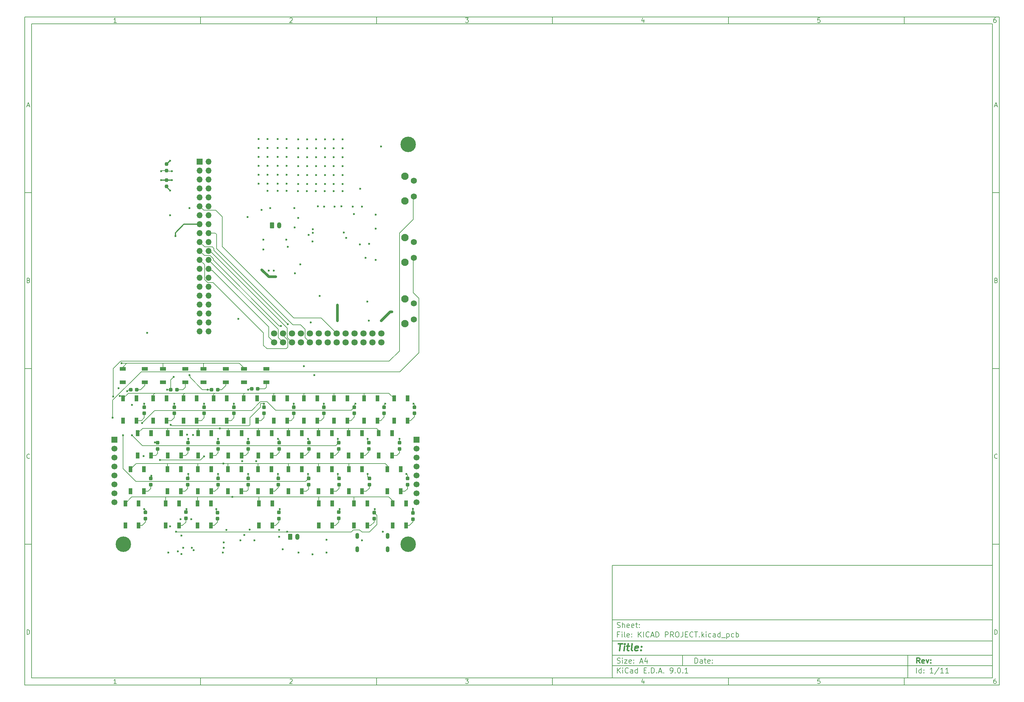
<source format=gbr>
%TF.GenerationSoftware,KiCad,Pcbnew,9.0.1*%
%TF.CreationDate,2025-07-11T00:17:53-07:00*%
%TF.ProjectId,KICAD PROJECT,4b494341-4420-4505-924f-4a4543542e6b,rev?*%
%TF.SameCoordinates,Original*%
%TF.FileFunction,Copper,L1,Top*%
%TF.FilePolarity,Positive*%
%FSLAX46Y46*%
G04 Gerber Fmt 4.6, Leading zero omitted, Abs format (unit mm)*
G04 Created by KiCad (PCBNEW 9.0.1) date 2025-07-11 00:17:53*
%MOMM*%
%LPD*%
G01*
G04 APERTURE LIST*
G04 Aperture macros list*
%AMRoundRect*
0 Rectangle with rounded corners*
0 $1 Rounding radius*
0 $2 $3 $4 $5 $6 $7 $8 $9 X,Y pos of 4 corners*
0 Add a 4 corners polygon primitive as box body*
4,1,4,$2,$3,$4,$5,$6,$7,$8,$9,$2,$3,0*
0 Add four circle primitives for the rounded corners*
1,1,$1+$1,$2,$3*
1,1,$1+$1,$4,$5*
1,1,$1+$1,$6,$7*
1,1,$1+$1,$8,$9*
0 Add four rect primitives between the rounded corners*
20,1,$1+$1,$2,$3,$4,$5,0*
20,1,$1+$1,$4,$5,$6,$7,0*
20,1,$1+$1,$6,$7,$8,$9,0*
20,1,$1+$1,$8,$9,$2,$3,0*%
G04 Aperture macros list end*
%ADD10C,0.100000*%
%ADD11C,0.150000*%
%ADD12C,0.300000*%
%ADD13C,0.400000*%
%TA.AperFunction,ComponentPad*%
%ADD14C,1.800000*%
%TD*%
%TA.AperFunction,SMDPad,CuDef*%
%ADD15RoundRect,0.237500X-0.237500X0.287500X-0.237500X-0.287500X0.237500X-0.287500X0.237500X0.287500X0*%
%TD*%
%TA.AperFunction,SMDPad,CuDef*%
%ADD16R,1.000000X1.700000*%
%TD*%
%TA.AperFunction,SMDPad,CuDef*%
%ADD17RoundRect,0.237500X-0.287500X-0.237500X0.287500X-0.237500X0.287500X0.237500X-0.287500X0.237500X0*%
%TD*%
%TA.AperFunction,ComponentPad*%
%ADD18C,4.400000*%
%TD*%
%TA.AperFunction,SMDPad,CuDef*%
%ADD19R,1.700000X1.000000*%
%TD*%
%TA.AperFunction,SMDPad,CuDef*%
%ADD20RoundRect,0.237500X-0.237500X0.250000X-0.237500X-0.250000X0.237500X-0.250000X0.237500X0.250000X0*%
%TD*%
%TA.AperFunction,SMDPad,CuDef*%
%ADD21RoundRect,0.237500X0.237500X-0.250000X0.237500X0.250000X-0.237500X0.250000X-0.237500X-0.250000X0*%
%TD*%
%TA.AperFunction,ComponentPad*%
%ADD22C,2.100000*%
%TD*%
%TA.AperFunction,ComponentPad*%
%ADD23C,1.750000*%
%TD*%
%TA.AperFunction,ComponentPad*%
%ADD24R,1.700000X1.700000*%
%TD*%
%TA.AperFunction,ComponentPad*%
%ADD25O,1.700000X1.700000*%
%TD*%
%TA.AperFunction,ComponentPad*%
%ADD26RoundRect,0.250000X-0.350000X-0.625000X0.350000X-0.625000X0.350000X0.625000X-0.350000X0.625000X0*%
%TD*%
%TA.AperFunction,ComponentPad*%
%ADD27O,1.200000X1.750000*%
%TD*%
%TA.AperFunction,HeatsinkPad*%
%ADD28O,1.100000X1.700000*%
%TD*%
%TA.AperFunction,ComponentPad*%
%ADD29C,1.700000*%
%TD*%
%TA.AperFunction,ViaPad*%
%ADD30C,0.600000*%
%TD*%
%TA.AperFunction,Conductor*%
%ADD31C,0.200000*%
%TD*%
%TA.AperFunction,Conductor*%
%ADD32C,0.300000*%
%TD*%
%TA.AperFunction,Conductor*%
%ADD33C,0.800000*%
%TD*%
G04 APERTURE END LIST*
D10*
D11*
X177002200Y-166007200D02*
X285002200Y-166007200D01*
X285002200Y-198007200D01*
X177002200Y-198007200D01*
X177002200Y-166007200D01*
D10*
D11*
X10000000Y-10000000D02*
X287002200Y-10000000D01*
X287002200Y-200007200D01*
X10000000Y-200007200D01*
X10000000Y-10000000D01*
D10*
D11*
X12000000Y-12000000D02*
X285002200Y-12000000D01*
X285002200Y-198007200D01*
X12000000Y-198007200D01*
X12000000Y-12000000D01*
D10*
D11*
X60000000Y-12000000D02*
X60000000Y-10000000D01*
D10*
D11*
X110000000Y-12000000D02*
X110000000Y-10000000D01*
D10*
D11*
X160000000Y-12000000D02*
X160000000Y-10000000D01*
D10*
D11*
X210000000Y-12000000D02*
X210000000Y-10000000D01*
D10*
D11*
X260000000Y-12000000D02*
X260000000Y-10000000D01*
D10*
D11*
X36089160Y-11593604D02*
X35346303Y-11593604D01*
X35717731Y-11593604D02*
X35717731Y-10293604D01*
X35717731Y-10293604D02*
X35593922Y-10479319D01*
X35593922Y-10479319D02*
X35470112Y-10603128D01*
X35470112Y-10603128D02*
X35346303Y-10665033D01*
D10*
D11*
X85346303Y-10417414D02*
X85408207Y-10355509D01*
X85408207Y-10355509D02*
X85532017Y-10293604D01*
X85532017Y-10293604D02*
X85841541Y-10293604D01*
X85841541Y-10293604D02*
X85965350Y-10355509D01*
X85965350Y-10355509D02*
X86027255Y-10417414D01*
X86027255Y-10417414D02*
X86089160Y-10541223D01*
X86089160Y-10541223D02*
X86089160Y-10665033D01*
X86089160Y-10665033D02*
X86027255Y-10850747D01*
X86027255Y-10850747D02*
X85284398Y-11593604D01*
X85284398Y-11593604D02*
X86089160Y-11593604D01*
D10*
D11*
X135284398Y-10293604D02*
X136089160Y-10293604D01*
X136089160Y-10293604D02*
X135655826Y-10788842D01*
X135655826Y-10788842D02*
X135841541Y-10788842D01*
X135841541Y-10788842D02*
X135965350Y-10850747D01*
X135965350Y-10850747D02*
X136027255Y-10912652D01*
X136027255Y-10912652D02*
X136089160Y-11036461D01*
X136089160Y-11036461D02*
X136089160Y-11345985D01*
X136089160Y-11345985D02*
X136027255Y-11469795D01*
X136027255Y-11469795D02*
X135965350Y-11531700D01*
X135965350Y-11531700D02*
X135841541Y-11593604D01*
X135841541Y-11593604D02*
X135470112Y-11593604D01*
X135470112Y-11593604D02*
X135346303Y-11531700D01*
X135346303Y-11531700D02*
X135284398Y-11469795D01*
D10*
D11*
X185965350Y-10726938D02*
X185965350Y-11593604D01*
X185655826Y-10231700D02*
X185346303Y-11160271D01*
X185346303Y-11160271D02*
X186151064Y-11160271D01*
D10*
D11*
X236027255Y-10293604D02*
X235408207Y-10293604D01*
X235408207Y-10293604D02*
X235346303Y-10912652D01*
X235346303Y-10912652D02*
X235408207Y-10850747D01*
X235408207Y-10850747D02*
X235532017Y-10788842D01*
X235532017Y-10788842D02*
X235841541Y-10788842D01*
X235841541Y-10788842D02*
X235965350Y-10850747D01*
X235965350Y-10850747D02*
X236027255Y-10912652D01*
X236027255Y-10912652D02*
X236089160Y-11036461D01*
X236089160Y-11036461D02*
X236089160Y-11345985D01*
X236089160Y-11345985D02*
X236027255Y-11469795D01*
X236027255Y-11469795D02*
X235965350Y-11531700D01*
X235965350Y-11531700D02*
X235841541Y-11593604D01*
X235841541Y-11593604D02*
X235532017Y-11593604D01*
X235532017Y-11593604D02*
X235408207Y-11531700D01*
X235408207Y-11531700D02*
X235346303Y-11469795D01*
D10*
D11*
X285965350Y-10293604D02*
X285717731Y-10293604D01*
X285717731Y-10293604D02*
X285593922Y-10355509D01*
X285593922Y-10355509D02*
X285532017Y-10417414D01*
X285532017Y-10417414D02*
X285408207Y-10603128D01*
X285408207Y-10603128D02*
X285346303Y-10850747D01*
X285346303Y-10850747D02*
X285346303Y-11345985D01*
X285346303Y-11345985D02*
X285408207Y-11469795D01*
X285408207Y-11469795D02*
X285470112Y-11531700D01*
X285470112Y-11531700D02*
X285593922Y-11593604D01*
X285593922Y-11593604D02*
X285841541Y-11593604D01*
X285841541Y-11593604D02*
X285965350Y-11531700D01*
X285965350Y-11531700D02*
X286027255Y-11469795D01*
X286027255Y-11469795D02*
X286089160Y-11345985D01*
X286089160Y-11345985D02*
X286089160Y-11036461D01*
X286089160Y-11036461D02*
X286027255Y-10912652D01*
X286027255Y-10912652D02*
X285965350Y-10850747D01*
X285965350Y-10850747D02*
X285841541Y-10788842D01*
X285841541Y-10788842D02*
X285593922Y-10788842D01*
X285593922Y-10788842D02*
X285470112Y-10850747D01*
X285470112Y-10850747D02*
X285408207Y-10912652D01*
X285408207Y-10912652D02*
X285346303Y-11036461D01*
D10*
D11*
X60000000Y-198007200D02*
X60000000Y-200007200D01*
D10*
D11*
X110000000Y-198007200D02*
X110000000Y-200007200D01*
D10*
D11*
X160000000Y-198007200D02*
X160000000Y-200007200D01*
D10*
D11*
X210000000Y-198007200D02*
X210000000Y-200007200D01*
D10*
D11*
X260000000Y-198007200D02*
X260000000Y-200007200D01*
D10*
D11*
X36089160Y-199600804D02*
X35346303Y-199600804D01*
X35717731Y-199600804D02*
X35717731Y-198300804D01*
X35717731Y-198300804D02*
X35593922Y-198486519D01*
X35593922Y-198486519D02*
X35470112Y-198610328D01*
X35470112Y-198610328D02*
X35346303Y-198672233D01*
D10*
D11*
X85346303Y-198424614D02*
X85408207Y-198362709D01*
X85408207Y-198362709D02*
X85532017Y-198300804D01*
X85532017Y-198300804D02*
X85841541Y-198300804D01*
X85841541Y-198300804D02*
X85965350Y-198362709D01*
X85965350Y-198362709D02*
X86027255Y-198424614D01*
X86027255Y-198424614D02*
X86089160Y-198548423D01*
X86089160Y-198548423D02*
X86089160Y-198672233D01*
X86089160Y-198672233D02*
X86027255Y-198857947D01*
X86027255Y-198857947D02*
X85284398Y-199600804D01*
X85284398Y-199600804D02*
X86089160Y-199600804D01*
D10*
D11*
X135284398Y-198300804D02*
X136089160Y-198300804D01*
X136089160Y-198300804D02*
X135655826Y-198796042D01*
X135655826Y-198796042D02*
X135841541Y-198796042D01*
X135841541Y-198796042D02*
X135965350Y-198857947D01*
X135965350Y-198857947D02*
X136027255Y-198919852D01*
X136027255Y-198919852D02*
X136089160Y-199043661D01*
X136089160Y-199043661D02*
X136089160Y-199353185D01*
X136089160Y-199353185D02*
X136027255Y-199476995D01*
X136027255Y-199476995D02*
X135965350Y-199538900D01*
X135965350Y-199538900D02*
X135841541Y-199600804D01*
X135841541Y-199600804D02*
X135470112Y-199600804D01*
X135470112Y-199600804D02*
X135346303Y-199538900D01*
X135346303Y-199538900D02*
X135284398Y-199476995D01*
D10*
D11*
X185965350Y-198734138D02*
X185965350Y-199600804D01*
X185655826Y-198238900D02*
X185346303Y-199167471D01*
X185346303Y-199167471D02*
X186151064Y-199167471D01*
D10*
D11*
X236027255Y-198300804D02*
X235408207Y-198300804D01*
X235408207Y-198300804D02*
X235346303Y-198919852D01*
X235346303Y-198919852D02*
X235408207Y-198857947D01*
X235408207Y-198857947D02*
X235532017Y-198796042D01*
X235532017Y-198796042D02*
X235841541Y-198796042D01*
X235841541Y-198796042D02*
X235965350Y-198857947D01*
X235965350Y-198857947D02*
X236027255Y-198919852D01*
X236027255Y-198919852D02*
X236089160Y-199043661D01*
X236089160Y-199043661D02*
X236089160Y-199353185D01*
X236089160Y-199353185D02*
X236027255Y-199476995D01*
X236027255Y-199476995D02*
X235965350Y-199538900D01*
X235965350Y-199538900D02*
X235841541Y-199600804D01*
X235841541Y-199600804D02*
X235532017Y-199600804D01*
X235532017Y-199600804D02*
X235408207Y-199538900D01*
X235408207Y-199538900D02*
X235346303Y-199476995D01*
D10*
D11*
X285965350Y-198300804D02*
X285717731Y-198300804D01*
X285717731Y-198300804D02*
X285593922Y-198362709D01*
X285593922Y-198362709D02*
X285532017Y-198424614D01*
X285532017Y-198424614D02*
X285408207Y-198610328D01*
X285408207Y-198610328D02*
X285346303Y-198857947D01*
X285346303Y-198857947D02*
X285346303Y-199353185D01*
X285346303Y-199353185D02*
X285408207Y-199476995D01*
X285408207Y-199476995D02*
X285470112Y-199538900D01*
X285470112Y-199538900D02*
X285593922Y-199600804D01*
X285593922Y-199600804D02*
X285841541Y-199600804D01*
X285841541Y-199600804D02*
X285965350Y-199538900D01*
X285965350Y-199538900D02*
X286027255Y-199476995D01*
X286027255Y-199476995D02*
X286089160Y-199353185D01*
X286089160Y-199353185D02*
X286089160Y-199043661D01*
X286089160Y-199043661D02*
X286027255Y-198919852D01*
X286027255Y-198919852D02*
X285965350Y-198857947D01*
X285965350Y-198857947D02*
X285841541Y-198796042D01*
X285841541Y-198796042D02*
X285593922Y-198796042D01*
X285593922Y-198796042D02*
X285470112Y-198857947D01*
X285470112Y-198857947D02*
X285408207Y-198919852D01*
X285408207Y-198919852D02*
X285346303Y-199043661D01*
D10*
D11*
X10000000Y-60000000D02*
X12000000Y-60000000D01*
D10*
D11*
X10000000Y-110000000D02*
X12000000Y-110000000D01*
D10*
D11*
X10000000Y-160000000D02*
X12000000Y-160000000D01*
D10*
D11*
X10690476Y-35222176D02*
X11309523Y-35222176D01*
X10566666Y-35593604D02*
X10999999Y-34293604D01*
X10999999Y-34293604D02*
X11433333Y-35593604D01*
D10*
D11*
X11092857Y-84912652D02*
X11278571Y-84974557D01*
X11278571Y-84974557D02*
X11340476Y-85036461D01*
X11340476Y-85036461D02*
X11402380Y-85160271D01*
X11402380Y-85160271D02*
X11402380Y-85345985D01*
X11402380Y-85345985D02*
X11340476Y-85469795D01*
X11340476Y-85469795D02*
X11278571Y-85531700D01*
X11278571Y-85531700D02*
X11154761Y-85593604D01*
X11154761Y-85593604D02*
X10659523Y-85593604D01*
X10659523Y-85593604D02*
X10659523Y-84293604D01*
X10659523Y-84293604D02*
X11092857Y-84293604D01*
X11092857Y-84293604D02*
X11216666Y-84355509D01*
X11216666Y-84355509D02*
X11278571Y-84417414D01*
X11278571Y-84417414D02*
X11340476Y-84541223D01*
X11340476Y-84541223D02*
X11340476Y-84665033D01*
X11340476Y-84665033D02*
X11278571Y-84788842D01*
X11278571Y-84788842D02*
X11216666Y-84850747D01*
X11216666Y-84850747D02*
X11092857Y-84912652D01*
X11092857Y-84912652D02*
X10659523Y-84912652D01*
D10*
D11*
X11402380Y-135469795D02*
X11340476Y-135531700D01*
X11340476Y-135531700D02*
X11154761Y-135593604D01*
X11154761Y-135593604D02*
X11030952Y-135593604D01*
X11030952Y-135593604D02*
X10845238Y-135531700D01*
X10845238Y-135531700D02*
X10721428Y-135407890D01*
X10721428Y-135407890D02*
X10659523Y-135284080D01*
X10659523Y-135284080D02*
X10597619Y-135036461D01*
X10597619Y-135036461D02*
X10597619Y-134850747D01*
X10597619Y-134850747D02*
X10659523Y-134603128D01*
X10659523Y-134603128D02*
X10721428Y-134479319D01*
X10721428Y-134479319D02*
X10845238Y-134355509D01*
X10845238Y-134355509D02*
X11030952Y-134293604D01*
X11030952Y-134293604D02*
X11154761Y-134293604D01*
X11154761Y-134293604D02*
X11340476Y-134355509D01*
X11340476Y-134355509D02*
X11402380Y-134417414D01*
D10*
D11*
X10659523Y-185593604D02*
X10659523Y-184293604D01*
X10659523Y-184293604D02*
X10969047Y-184293604D01*
X10969047Y-184293604D02*
X11154761Y-184355509D01*
X11154761Y-184355509D02*
X11278571Y-184479319D01*
X11278571Y-184479319D02*
X11340476Y-184603128D01*
X11340476Y-184603128D02*
X11402380Y-184850747D01*
X11402380Y-184850747D02*
X11402380Y-185036461D01*
X11402380Y-185036461D02*
X11340476Y-185284080D01*
X11340476Y-185284080D02*
X11278571Y-185407890D01*
X11278571Y-185407890D02*
X11154761Y-185531700D01*
X11154761Y-185531700D02*
X10969047Y-185593604D01*
X10969047Y-185593604D02*
X10659523Y-185593604D01*
D10*
D11*
X287002200Y-60000000D02*
X285002200Y-60000000D01*
D10*
D11*
X287002200Y-110000000D02*
X285002200Y-110000000D01*
D10*
D11*
X287002200Y-160000000D02*
X285002200Y-160000000D01*
D10*
D11*
X285692676Y-35222176D02*
X286311723Y-35222176D01*
X285568866Y-35593604D02*
X286002199Y-34293604D01*
X286002199Y-34293604D02*
X286435533Y-35593604D01*
D10*
D11*
X286095057Y-84912652D02*
X286280771Y-84974557D01*
X286280771Y-84974557D02*
X286342676Y-85036461D01*
X286342676Y-85036461D02*
X286404580Y-85160271D01*
X286404580Y-85160271D02*
X286404580Y-85345985D01*
X286404580Y-85345985D02*
X286342676Y-85469795D01*
X286342676Y-85469795D02*
X286280771Y-85531700D01*
X286280771Y-85531700D02*
X286156961Y-85593604D01*
X286156961Y-85593604D02*
X285661723Y-85593604D01*
X285661723Y-85593604D02*
X285661723Y-84293604D01*
X285661723Y-84293604D02*
X286095057Y-84293604D01*
X286095057Y-84293604D02*
X286218866Y-84355509D01*
X286218866Y-84355509D02*
X286280771Y-84417414D01*
X286280771Y-84417414D02*
X286342676Y-84541223D01*
X286342676Y-84541223D02*
X286342676Y-84665033D01*
X286342676Y-84665033D02*
X286280771Y-84788842D01*
X286280771Y-84788842D02*
X286218866Y-84850747D01*
X286218866Y-84850747D02*
X286095057Y-84912652D01*
X286095057Y-84912652D02*
X285661723Y-84912652D01*
D10*
D11*
X286404580Y-135469795D02*
X286342676Y-135531700D01*
X286342676Y-135531700D02*
X286156961Y-135593604D01*
X286156961Y-135593604D02*
X286033152Y-135593604D01*
X286033152Y-135593604D02*
X285847438Y-135531700D01*
X285847438Y-135531700D02*
X285723628Y-135407890D01*
X285723628Y-135407890D02*
X285661723Y-135284080D01*
X285661723Y-135284080D02*
X285599819Y-135036461D01*
X285599819Y-135036461D02*
X285599819Y-134850747D01*
X285599819Y-134850747D02*
X285661723Y-134603128D01*
X285661723Y-134603128D02*
X285723628Y-134479319D01*
X285723628Y-134479319D02*
X285847438Y-134355509D01*
X285847438Y-134355509D02*
X286033152Y-134293604D01*
X286033152Y-134293604D02*
X286156961Y-134293604D01*
X286156961Y-134293604D02*
X286342676Y-134355509D01*
X286342676Y-134355509D02*
X286404580Y-134417414D01*
D10*
D11*
X285661723Y-185593604D02*
X285661723Y-184293604D01*
X285661723Y-184293604D02*
X285971247Y-184293604D01*
X285971247Y-184293604D02*
X286156961Y-184355509D01*
X286156961Y-184355509D02*
X286280771Y-184479319D01*
X286280771Y-184479319D02*
X286342676Y-184603128D01*
X286342676Y-184603128D02*
X286404580Y-184850747D01*
X286404580Y-184850747D02*
X286404580Y-185036461D01*
X286404580Y-185036461D02*
X286342676Y-185284080D01*
X286342676Y-185284080D02*
X286280771Y-185407890D01*
X286280771Y-185407890D02*
X286156961Y-185531700D01*
X286156961Y-185531700D02*
X285971247Y-185593604D01*
X285971247Y-185593604D02*
X285661723Y-185593604D01*
D10*
D11*
X200458026Y-193793328D02*
X200458026Y-192293328D01*
X200458026Y-192293328D02*
X200815169Y-192293328D01*
X200815169Y-192293328D02*
X201029455Y-192364757D01*
X201029455Y-192364757D02*
X201172312Y-192507614D01*
X201172312Y-192507614D02*
X201243741Y-192650471D01*
X201243741Y-192650471D02*
X201315169Y-192936185D01*
X201315169Y-192936185D02*
X201315169Y-193150471D01*
X201315169Y-193150471D02*
X201243741Y-193436185D01*
X201243741Y-193436185D02*
X201172312Y-193579042D01*
X201172312Y-193579042D02*
X201029455Y-193721900D01*
X201029455Y-193721900D02*
X200815169Y-193793328D01*
X200815169Y-193793328D02*
X200458026Y-193793328D01*
X202600884Y-193793328D02*
X202600884Y-193007614D01*
X202600884Y-193007614D02*
X202529455Y-192864757D01*
X202529455Y-192864757D02*
X202386598Y-192793328D01*
X202386598Y-192793328D02*
X202100884Y-192793328D01*
X202100884Y-192793328D02*
X201958026Y-192864757D01*
X202600884Y-193721900D02*
X202458026Y-193793328D01*
X202458026Y-193793328D02*
X202100884Y-193793328D01*
X202100884Y-193793328D02*
X201958026Y-193721900D01*
X201958026Y-193721900D02*
X201886598Y-193579042D01*
X201886598Y-193579042D02*
X201886598Y-193436185D01*
X201886598Y-193436185D02*
X201958026Y-193293328D01*
X201958026Y-193293328D02*
X202100884Y-193221900D01*
X202100884Y-193221900D02*
X202458026Y-193221900D01*
X202458026Y-193221900D02*
X202600884Y-193150471D01*
X203100884Y-192793328D02*
X203672312Y-192793328D01*
X203315169Y-192293328D02*
X203315169Y-193579042D01*
X203315169Y-193579042D02*
X203386598Y-193721900D01*
X203386598Y-193721900D02*
X203529455Y-193793328D01*
X203529455Y-193793328D02*
X203672312Y-193793328D01*
X204743741Y-193721900D02*
X204600884Y-193793328D01*
X204600884Y-193793328D02*
X204315170Y-193793328D01*
X204315170Y-193793328D02*
X204172312Y-193721900D01*
X204172312Y-193721900D02*
X204100884Y-193579042D01*
X204100884Y-193579042D02*
X204100884Y-193007614D01*
X204100884Y-193007614D02*
X204172312Y-192864757D01*
X204172312Y-192864757D02*
X204315170Y-192793328D01*
X204315170Y-192793328D02*
X204600884Y-192793328D01*
X204600884Y-192793328D02*
X204743741Y-192864757D01*
X204743741Y-192864757D02*
X204815170Y-193007614D01*
X204815170Y-193007614D02*
X204815170Y-193150471D01*
X204815170Y-193150471D02*
X204100884Y-193293328D01*
X205458026Y-193650471D02*
X205529455Y-193721900D01*
X205529455Y-193721900D02*
X205458026Y-193793328D01*
X205458026Y-193793328D02*
X205386598Y-193721900D01*
X205386598Y-193721900D02*
X205458026Y-193650471D01*
X205458026Y-193650471D02*
X205458026Y-193793328D01*
X205458026Y-192864757D02*
X205529455Y-192936185D01*
X205529455Y-192936185D02*
X205458026Y-193007614D01*
X205458026Y-193007614D02*
X205386598Y-192936185D01*
X205386598Y-192936185D02*
X205458026Y-192864757D01*
X205458026Y-192864757D02*
X205458026Y-193007614D01*
D10*
D11*
X177002200Y-194507200D02*
X285002200Y-194507200D01*
D10*
D11*
X178458026Y-196593328D02*
X178458026Y-195093328D01*
X179315169Y-196593328D02*
X178672312Y-195736185D01*
X179315169Y-195093328D02*
X178458026Y-195950471D01*
X179958026Y-196593328D02*
X179958026Y-195593328D01*
X179958026Y-195093328D02*
X179886598Y-195164757D01*
X179886598Y-195164757D02*
X179958026Y-195236185D01*
X179958026Y-195236185D02*
X180029455Y-195164757D01*
X180029455Y-195164757D02*
X179958026Y-195093328D01*
X179958026Y-195093328D02*
X179958026Y-195236185D01*
X181529455Y-196450471D02*
X181458027Y-196521900D01*
X181458027Y-196521900D02*
X181243741Y-196593328D01*
X181243741Y-196593328D02*
X181100884Y-196593328D01*
X181100884Y-196593328D02*
X180886598Y-196521900D01*
X180886598Y-196521900D02*
X180743741Y-196379042D01*
X180743741Y-196379042D02*
X180672312Y-196236185D01*
X180672312Y-196236185D02*
X180600884Y-195950471D01*
X180600884Y-195950471D02*
X180600884Y-195736185D01*
X180600884Y-195736185D02*
X180672312Y-195450471D01*
X180672312Y-195450471D02*
X180743741Y-195307614D01*
X180743741Y-195307614D02*
X180886598Y-195164757D01*
X180886598Y-195164757D02*
X181100884Y-195093328D01*
X181100884Y-195093328D02*
X181243741Y-195093328D01*
X181243741Y-195093328D02*
X181458027Y-195164757D01*
X181458027Y-195164757D02*
X181529455Y-195236185D01*
X182815170Y-196593328D02*
X182815170Y-195807614D01*
X182815170Y-195807614D02*
X182743741Y-195664757D01*
X182743741Y-195664757D02*
X182600884Y-195593328D01*
X182600884Y-195593328D02*
X182315170Y-195593328D01*
X182315170Y-195593328D02*
X182172312Y-195664757D01*
X182815170Y-196521900D02*
X182672312Y-196593328D01*
X182672312Y-196593328D02*
X182315170Y-196593328D01*
X182315170Y-196593328D02*
X182172312Y-196521900D01*
X182172312Y-196521900D02*
X182100884Y-196379042D01*
X182100884Y-196379042D02*
X182100884Y-196236185D01*
X182100884Y-196236185D02*
X182172312Y-196093328D01*
X182172312Y-196093328D02*
X182315170Y-196021900D01*
X182315170Y-196021900D02*
X182672312Y-196021900D01*
X182672312Y-196021900D02*
X182815170Y-195950471D01*
X184172313Y-196593328D02*
X184172313Y-195093328D01*
X184172313Y-196521900D02*
X184029455Y-196593328D01*
X184029455Y-196593328D02*
X183743741Y-196593328D01*
X183743741Y-196593328D02*
X183600884Y-196521900D01*
X183600884Y-196521900D02*
X183529455Y-196450471D01*
X183529455Y-196450471D02*
X183458027Y-196307614D01*
X183458027Y-196307614D02*
X183458027Y-195879042D01*
X183458027Y-195879042D02*
X183529455Y-195736185D01*
X183529455Y-195736185D02*
X183600884Y-195664757D01*
X183600884Y-195664757D02*
X183743741Y-195593328D01*
X183743741Y-195593328D02*
X184029455Y-195593328D01*
X184029455Y-195593328D02*
X184172313Y-195664757D01*
X186029455Y-195807614D02*
X186529455Y-195807614D01*
X186743741Y-196593328D02*
X186029455Y-196593328D01*
X186029455Y-196593328D02*
X186029455Y-195093328D01*
X186029455Y-195093328D02*
X186743741Y-195093328D01*
X187386598Y-196450471D02*
X187458027Y-196521900D01*
X187458027Y-196521900D02*
X187386598Y-196593328D01*
X187386598Y-196593328D02*
X187315170Y-196521900D01*
X187315170Y-196521900D02*
X187386598Y-196450471D01*
X187386598Y-196450471D02*
X187386598Y-196593328D01*
X188100884Y-196593328D02*
X188100884Y-195093328D01*
X188100884Y-195093328D02*
X188458027Y-195093328D01*
X188458027Y-195093328D02*
X188672313Y-195164757D01*
X188672313Y-195164757D02*
X188815170Y-195307614D01*
X188815170Y-195307614D02*
X188886599Y-195450471D01*
X188886599Y-195450471D02*
X188958027Y-195736185D01*
X188958027Y-195736185D02*
X188958027Y-195950471D01*
X188958027Y-195950471D02*
X188886599Y-196236185D01*
X188886599Y-196236185D02*
X188815170Y-196379042D01*
X188815170Y-196379042D02*
X188672313Y-196521900D01*
X188672313Y-196521900D02*
X188458027Y-196593328D01*
X188458027Y-196593328D02*
X188100884Y-196593328D01*
X189600884Y-196450471D02*
X189672313Y-196521900D01*
X189672313Y-196521900D02*
X189600884Y-196593328D01*
X189600884Y-196593328D02*
X189529456Y-196521900D01*
X189529456Y-196521900D02*
X189600884Y-196450471D01*
X189600884Y-196450471D02*
X189600884Y-196593328D01*
X190243742Y-196164757D02*
X190958028Y-196164757D01*
X190100885Y-196593328D02*
X190600885Y-195093328D01*
X190600885Y-195093328D02*
X191100885Y-196593328D01*
X191600884Y-196450471D02*
X191672313Y-196521900D01*
X191672313Y-196521900D02*
X191600884Y-196593328D01*
X191600884Y-196593328D02*
X191529456Y-196521900D01*
X191529456Y-196521900D02*
X191600884Y-196450471D01*
X191600884Y-196450471D02*
X191600884Y-196593328D01*
X193529456Y-196593328D02*
X193815170Y-196593328D01*
X193815170Y-196593328D02*
X193958027Y-196521900D01*
X193958027Y-196521900D02*
X194029456Y-196450471D01*
X194029456Y-196450471D02*
X194172313Y-196236185D01*
X194172313Y-196236185D02*
X194243742Y-195950471D01*
X194243742Y-195950471D02*
X194243742Y-195379042D01*
X194243742Y-195379042D02*
X194172313Y-195236185D01*
X194172313Y-195236185D02*
X194100885Y-195164757D01*
X194100885Y-195164757D02*
X193958027Y-195093328D01*
X193958027Y-195093328D02*
X193672313Y-195093328D01*
X193672313Y-195093328D02*
X193529456Y-195164757D01*
X193529456Y-195164757D02*
X193458027Y-195236185D01*
X193458027Y-195236185D02*
X193386599Y-195379042D01*
X193386599Y-195379042D02*
X193386599Y-195736185D01*
X193386599Y-195736185D02*
X193458027Y-195879042D01*
X193458027Y-195879042D02*
X193529456Y-195950471D01*
X193529456Y-195950471D02*
X193672313Y-196021900D01*
X193672313Y-196021900D02*
X193958027Y-196021900D01*
X193958027Y-196021900D02*
X194100885Y-195950471D01*
X194100885Y-195950471D02*
X194172313Y-195879042D01*
X194172313Y-195879042D02*
X194243742Y-195736185D01*
X194886598Y-196450471D02*
X194958027Y-196521900D01*
X194958027Y-196521900D02*
X194886598Y-196593328D01*
X194886598Y-196593328D02*
X194815170Y-196521900D01*
X194815170Y-196521900D02*
X194886598Y-196450471D01*
X194886598Y-196450471D02*
X194886598Y-196593328D01*
X195886599Y-195093328D02*
X196029456Y-195093328D01*
X196029456Y-195093328D02*
X196172313Y-195164757D01*
X196172313Y-195164757D02*
X196243742Y-195236185D01*
X196243742Y-195236185D02*
X196315170Y-195379042D01*
X196315170Y-195379042D02*
X196386599Y-195664757D01*
X196386599Y-195664757D02*
X196386599Y-196021900D01*
X196386599Y-196021900D02*
X196315170Y-196307614D01*
X196315170Y-196307614D02*
X196243742Y-196450471D01*
X196243742Y-196450471D02*
X196172313Y-196521900D01*
X196172313Y-196521900D02*
X196029456Y-196593328D01*
X196029456Y-196593328D02*
X195886599Y-196593328D01*
X195886599Y-196593328D02*
X195743742Y-196521900D01*
X195743742Y-196521900D02*
X195672313Y-196450471D01*
X195672313Y-196450471D02*
X195600884Y-196307614D01*
X195600884Y-196307614D02*
X195529456Y-196021900D01*
X195529456Y-196021900D02*
X195529456Y-195664757D01*
X195529456Y-195664757D02*
X195600884Y-195379042D01*
X195600884Y-195379042D02*
X195672313Y-195236185D01*
X195672313Y-195236185D02*
X195743742Y-195164757D01*
X195743742Y-195164757D02*
X195886599Y-195093328D01*
X197029455Y-196450471D02*
X197100884Y-196521900D01*
X197100884Y-196521900D02*
X197029455Y-196593328D01*
X197029455Y-196593328D02*
X196958027Y-196521900D01*
X196958027Y-196521900D02*
X197029455Y-196450471D01*
X197029455Y-196450471D02*
X197029455Y-196593328D01*
X198529456Y-196593328D02*
X197672313Y-196593328D01*
X198100884Y-196593328D02*
X198100884Y-195093328D01*
X198100884Y-195093328D02*
X197958027Y-195307614D01*
X197958027Y-195307614D02*
X197815170Y-195450471D01*
X197815170Y-195450471D02*
X197672313Y-195521900D01*
D10*
D11*
X177002200Y-191507200D02*
X285002200Y-191507200D01*
D10*
D12*
X264413853Y-193785528D02*
X263913853Y-193071242D01*
X263556710Y-193785528D02*
X263556710Y-192285528D01*
X263556710Y-192285528D02*
X264128139Y-192285528D01*
X264128139Y-192285528D02*
X264270996Y-192356957D01*
X264270996Y-192356957D02*
X264342425Y-192428385D01*
X264342425Y-192428385D02*
X264413853Y-192571242D01*
X264413853Y-192571242D02*
X264413853Y-192785528D01*
X264413853Y-192785528D02*
X264342425Y-192928385D01*
X264342425Y-192928385D02*
X264270996Y-192999814D01*
X264270996Y-192999814D02*
X264128139Y-193071242D01*
X264128139Y-193071242D02*
X263556710Y-193071242D01*
X265628139Y-193714100D02*
X265485282Y-193785528D01*
X265485282Y-193785528D02*
X265199568Y-193785528D01*
X265199568Y-193785528D02*
X265056710Y-193714100D01*
X265056710Y-193714100D02*
X264985282Y-193571242D01*
X264985282Y-193571242D02*
X264985282Y-192999814D01*
X264985282Y-192999814D02*
X265056710Y-192856957D01*
X265056710Y-192856957D02*
X265199568Y-192785528D01*
X265199568Y-192785528D02*
X265485282Y-192785528D01*
X265485282Y-192785528D02*
X265628139Y-192856957D01*
X265628139Y-192856957D02*
X265699568Y-192999814D01*
X265699568Y-192999814D02*
X265699568Y-193142671D01*
X265699568Y-193142671D02*
X264985282Y-193285528D01*
X266199567Y-192785528D02*
X266556710Y-193785528D01*
X266556710Y-193785528D02*
X266913853Y-192785528D01*
X267485281Y-193642671D02*
X267556710Y-193714100D01*
X267556710Y-193714100D02*
X267485281Y-193785528D01*
X267485281Y-193785528D02*
X267413853Y-193714100D01*
X267413853Y-193714100D02*
X267485281Y-193642671D01*
X267485281Y-193642671D02*
X267485281Y-193785528D01*
X267485281Y-192856957D02*
X267556710Y-192928385D01*
X267556710Y-192928385D02*
X267485281Y-192999814D01*
X267485281Y-192999814D02*
X267413853Y-192928385D01*
X267413853Y-192928385D02*
X267485281Y-192856957D01*
X267485281Y-192856957D02*
X267485281Y-192999814D01*
D10*
D11*
X178386598Y-193721900D02*
X178600884Y-193793328D01*
X178600884Y-193793328D02*
X178958026Y-193793328D01*
X178958026Y-193793328D02*
X179100884Y-193721900D01*
X179100884Y-193721900D02*
X179172312Y-193650471D01*
X179172312Y-193650471D02*
X179243741Y-193507614D01*
X179243741Y-193507614D02*
X179243741Y-193364757D01*
X179243741Y-193364757D02*
X179172312Y-193221900D01*
X179172312Y-193221900D02*
X179100884Y-193150471D01*
X179100884Y-193150471D02*
X178958026Y-193079042D01*
X178958026Y-193079042D02*
X178672312Y-193007614D01*
X178672312Y-193007614D02*
X178529455Y-192936185D01*
X178529455Y-192936185D02*
X178458026Y-192864757D01*
X178458026Y-192864757D02*
X178386598Y-192721900D01*
X178386598Y-192721900D02*
X178386598Y-192579042D01*
X178386598Y-192579042D02*
X178458026Y-192436185D01*
X178458026Y-192436185D02*
X178529455Y-192364757D01*
X178529455Y-192364757D02*
X178672312Y-192293328D01*
X178672312Y-192293328D02*
X179029455Y-192293328D01*
X179029455Y-192293328D02*
X179243741Y-192364757D01*
X179886597Y-193793328D02*
X179886597Y-192793328D01*
X179886597Y-192293328D02*
X179815169Y-192364757D01*
X179815169Y-192364757D02*
X179886597Y-192436185D01*
X179886597Y-192436185D02*
X179958026Y-192364757D01*
X179958026Y-192364757D02*
X179886597Y-192293328D01*
X179886597Y-192293328D02*
X179886597Y-192436185D01*
X180458026Y-192793328D02*
X181243741Y-192793328D01*
X181243741Y-192793328D02*
X180458026Y-193793328D01*
X180458026Y-193793328D02*
X181243741Y-193793328D01*
X182386598Y-193721900D02*
X182243741Y-193793328D01*
X182243741Y-193793328D02*
X181958027Y-193793328D01*
X181958027Y-193793328D02*
X181815169Y-193721900D01*
X181815169Y-193721900D02*
X181743741Y-193579042D01*
X181743741Y-193579042D02*
X181743741Y-193007614D01*
X181743741Y-193007614D02*
X181815169Y-192864757D01*
X181815169Y-192864757D02*
X181958027Y-192793328D01*
X181958027Y-192793328D02*
X182243741Y-192793328D01*
X182243741Y-192793328D02*
X182386598Y-192864757D01*
X182386598Y-192864757D02*
X182458027Y-193007614D01*
X182458027Y-193007614D02*
X182458027Y-193150471D01*
X182458027Y-193150471D02*
X181743741Y-193293328D01*
X183100883Y-193650471D02*
X183172312Y-193721900D01*
X183172312Y-193721900D02*
X183100883Y-193793328D01*
X183100883Y-193793328D02*
X183029455Y-193721900D01*
X183029455Y-193721900D02*
X183100883Y-193650471D01*
X183100883Y-193650471D02*
X183100883Y-193793328D01*
X183100883Y-192864757D02*
X183172312Y-192936185D01*
X183172312Y-192936185D02*
X183100883Y-193007614D01*
X183100883Y-193007614D02*
X183029455Y-192936185D01*
X183029455Y-192936185D02*
X183100883Y-192864757D01*
X183100883Y-192864757D02*
X183100883Y-193007614D01*
X184886598Y-193364757D02*
X185600884Y-193364757D01*
X184743741Y-193793328D02*
X185243741Y-192293328D01*
X185243741Y-192293328D02*
X185743741Y-193793328D01*
X186886598Y-192793328D02*
X186886598Y-193793328D01*
X186529455Y-192221900D02*
X186172312Y-193293328D01*
X186172312Y-193293328D02*
X187100883Y-193293328D01*
D10*
D11*
X263458026Y-196593328D02*
X263458026Y-195093328D01*
X264815170Y-196593328D02*
X264815170Y-195093328D01*
X264815170Y-196521900D02*
X264672312Y-196593328D01*
X264672312Y-196593328D02*
X264386598Y-196593328D01*
X264386598Y-196593328D02*
X264243741Y-196521900D01*
X264243741Y-196521900D02*
X264172312Y-196450471D01*
X264172312Y-196450471D02*
X264100884Y-196307614D01*
X264100884Y-196307614D02*
X264100884Y-195879042D01*
X264100884Y-195879042D02*
X264172312Y-195736185D01*
X264172312Y-195736185D02*
X264243741Y-195664757D01*
X264243741Y-195664757D02*
X264386598Y-195593328D01*
X264386598Y-195593328D02*
X264672312Y-195593328D01*
X264672312Y-195593328D02*
X264815170Y-195664757D01*
X265529455Y-196450471D02*
X265600884Y-196521900D01*
X265600884Y-196521900D02*
X265529455Y-196593328D01*
X265529455Y-196593328D02*
X265458027Y-196521900D01*
X265458027Y-196521900D02*
X265529455Y-196450471D01*
X265529455Y-196450471D02*
X265529455Y-196593328D01*
X265529455Y-195664757D02*
X265600884Y-195736185D01*
X265600884Y-195736185D02*
X265529455Y-195807614D01*
X265529455Y-195807614D02*
X265458027Y-195736185D01*
X265458027Y-195736185D02*
X265529455Y-195664757D01*
X265529455Y-195664757D02*
X265529455Y-195807614D01*
X268172313Y-196593328D02*
X267315170Y-196593328D01*
X267743741Y-196593328D02*
X267743741Y-195093328D01*
X267743741Y-195093328D02*
X267600884Y-195307614D01*
X267600884Y-195307614D02*
X267458027Y-195450471D01*
X267458027Y-195450471D02*
X267315170Y-195521900D01*
X269886598Y-195021900D02*
X268600884Y-196950471D01*
X271172313Y-196593328D02*
X270315170Y-196593328D01*
X270743741Y-196593328D02*
X270743741Y-195093328D01*
X270743741Y-195093328D02*
X270600884Y-195307614D01*
X270600884Y-195307614D02*
X270458027Y-195450471D01*
X270458027Y-195450471D02*
X270315170Y-195521900D01*
X272600884Y-196593328D02*
X271743741Y-196593328D01*
X272172312Y-196593328D02*
X272172312Y-195093328D01*
X272172312Y-195093328D02*
X272029455Y-195307614D01*
X272029455Y-195307614D02*
X271886598Y-195450471D01*
X271886598Y-195450471D02*
X271743741Y-195521900D01*
D10*
D11*
X177002200Y-187507200D02*
X285002200Y-187507200D01*
D10*
D13*
X178693928Y-188211638D02*
X179836785Y-188211638D01*
X179015357Y-190211638D02*
X179265357Y-188211638D01*
X180253452Y-190211638D02*
X180420119Y-188878304D01*
X180503452Y-188211638D02*
X180396309Y-188306876D01*
X180396309Y-188306876D02*
X180479643Y-188402114D01*
X180479643Y-188402114D02*
X180586786Y-188306876D01*
X180586786Y-188306876D02*
X180503452Y-188211638D01*
X180503452Y-188211638D02*
X180479643Y-188402114D01*
X181086786Y-188878304D02*
X181848690Y-188878304D01*
X181455833Y-188211638D02*
X181241548Y-189925923D01*
X181241548Y-189925923D02*
X181312976Y-190116400D01*
X181312976Y-190116400D02*
X181491548Y-190211638D01*
X181491548Y-190211638D02*
X181682024Y-190211638D01*
X182634405Y-190211638D02*
X182455833Y-190116400D01*
X182455833Y-190116400D02*
X182384405Y-189925923D01*
X182384405Y-189925923D02*
X182598690Y-188211638D01*
X184170119Y-190116400D02*
X183967738Y-190211638D01*
X183967738Y-190211638D02*
X183586785Y-190211638D01*
X183586785Y-190211638D02*
X183408214Y-190116400D01*
X183408214Y-190116400D02*
X183336785Y-189925923D01*
X183336785Y-189925923D02*
X183432024Y-189164019D01*
X183432024Y-189164019D02*
X183551071Y-188973542D01*
X183551071Y-188973542D02*
X183753452Y-188878304D01*
X183753452Y-188878304D02*
X184134404Y-188878304D01*
X184134404Y-188878304D02*
X184312976Y-188973542D01*
X184312976Y-188973542D02*
X184384404Y-189164019D01*
X184384404Y-189164019D02*
X184360595Y-189354495D01*
X184360595Y-189354495D02*
X183384404Y-189544971D01*
X185134405Y-190021161D02*
X185217738Y-190116400D01*
X185217738Y-190116400D02*
X185110595Y-190211638D01*
X185110595Y-190211638D02*
X185027262Y-190116400D01*
X185027262Y-190116400D02*
X185134405Y-190021161D01*
X185134405Y-190021161D02*
X185110595Y-190211638D01*
X185265357Y-188973542D02*
X185348690Y-189068780D01*
X185348690Y-189068780D02*
X185241548Y-189164019D01*
X185241548Y-189164019D02*
X185158214Y-189068780D01*
X185158214Y-189068780D02*
X185265357Y-188973542D01*
X185265357Y-188973542D02*
X185241548Y-189164019D01*
D10*
D11*
X178958026Y-185607614D02*
X178458026Y-185607614D01*
X178458026Y-186393328D02*
X178458026Y-184893328D01*
X178458026Y-184893328D02*
X179172312Y-184893328D01*
X179743740Y-186393328D02*
X179743740Y-185393328D01*
X179743740Y-184893328D02*
X179672312Y-184964757D01*
X179672312Y-184964757D02*
X179743740Y-185036185D01*
X179743740Y-185036185D02*
X179815169Y-184964757D01*
X179815169Y-184964757D02*
X179743740Y-184893328D01*
X179743740Y-184893328D02*
X179743740Y-185036185D01*
X180672312Y-186393328D02*
X180529455Y-186321900D01*
X180529455Y-186321900D02*
X180458026Y-186179042D01*
X180458026Y-186179042D02*
X180458026Y-184893328D01*
X181815169Y-186321900D02*
X181672312Y-186393328D01*
X181672312Y-186393328D02*
X181386598Y-186393328D01*
X181386598Y-186393328D02*
X181243740Y-186321900D01*
X181243740Y-186321900D02*
X181172312Y-186179042D01*
X181172312Y-186179042D02*
X181172312Y-185607614D01*
X181172312Y-185607614D02*
X181243740Y-185464757D01*
X181243740Y-185464757D02*
X181386598Y-185393328D01*
X181386598Y-185393328D02*
X181672312Y-185393328D01*
X181672312Y-185393328D02*
X181815169Y-185464757D01*
X181815169Y-185464757D02*
X181886598Y-185607614D01*
X181886598Y-185607614D02*
X181886598Y-185750471D01*
X181886598Y-185750471D02*
X181172312Y-185893328D01*
X182529454Y-186250471D02*
X182600883Y-186321900D01*
X182600883Y-186321900D02*
X182529454Y-186393328D01*
X182529454Y-186393328D02*
X182458026Y-186321900D01*
X182458026Y-186321900D02*
X182529454Y-186250471D01*
X182529454Y-186250471D02*
X182529454Y-186393328D01*
X182529454Y-185464757D02*
X182600883Y-185536185D01*
X182600883Y-185536185D02*
X182529454Y-185607614D01*
X182529454Y-185607614D02*
X182458026Y-185536185D01*
X182458026Y-185536185D02*
X182529454Y-185464757D01*
X182529454Y-185464757D02*
X182529454Y-185607614D01*
X184386597Y-186393328D02*
X184386597Y-184893328D01*
X185243740Y-186393328D02*
X184600883Y-185536185D01*
X185243740Y-184893328D02*
X184386597Y-185750471D01*
X185886597Y-186393328D02*
X185886597Y-184893328D01*
X187458026Y-186250471D02*
X187386598Y-186321900D01*
X187386598Y-186321900D02*
X187172312Y-186393328D01*
X187172312Y-186393328D02*
X187029455Y-186393328D01*
X187029455Y-186393328D02*
X186815169Y-186321900D01*
X186815169Y-186321900D02*
X186672312Y-186179042D01*
X186672312Y-186179042D02*
X186600883Y-186036185D01*
X186600883Y-186036185D02*
X186529455Y-185750471D01*
X186529455Y-185750471D02*
X186529455Y-185536185D01*
X186529455Y-185536185D02*
X186600883Y-185250471D01*
X186600883Y-185250471D02*
X186672312Y-185107614D01*
X186672312Y-185107614D02*
X186815169Y-184964757D01*
X186815169Y-184964757D02*
X187029455Y-184893328D01*
X187029455Y-184893328D02*
X187172312Y-184893328D01*
X187172312Y-184893328D02*
X187386598Y-184964757D01*
X187386598Y-184964757D02*
X187458026Y-185036185D01*
X188029455Y-185964757D02*
X188743741Y-185964757D01*
X187886598Y-186393328D02*
X188386598Y-184893328D01*
X188386598Y-184893328D02*
X188886598Y-186393328D01*
X189386597Y-186393328D02*
X189386597Y-184893328D01*
X189386597Y-184893328D02*
X189743740Y-184893328D01*
X189743740Y-184893328D02*
X189958026Y-184964757D01*
X189958026Y-184964757D02*
X190100883Y-185107614D01*
X190100883Y-185107614D02*
X190172312Y-185250471D01*
X190172312Y-185250471D02*
X190243740Y-185536185D01*
X190243740Y-185536185D02*
X190243740Y-185750471D01*
X190243740Y-185750471D02*
X190172312Y-186036185D01*
X190172312Y-186036185D02*
X190100883Y-186179042D01*
X190100883Y-186179042D02*
X189958026Y-186321900D01*
X189958026Y-186321900D02*
X189743740Y-186393328D01*
X189743740Y-186393328D02*
X189386597Y-186393328D01*
X192029454Y-186393328D02*
X192029454Y-184893328D01*
X192029454Y-184893328D02*
X192600883Y-184893328D01*
X192600883Y-184893328D02*
X192743740Y-184964757D01*
X192743740Y-184964757D02*
X192815169Y-185036185D01*
X192815169Y-185036185D02*
X192886597Y-185179042D01*
X192886597Y-185179042D02*
X192886597Y-185393328D01*
X192886597Y-185393328D02*
X192815169Y-185536185D01*
X192815169Y-185536185D02*
X192743740Y-185607614D01*
X192743740Y-185607614D02*
X192600883Y-185679042D01*
X192600883Y-185679042D02*
X192029454Y-185679042D01*
X194386597Y-186393328D02*
X193886597Y-185679042D01*
X193529454Y-186393328D02*
X193529454Y-184893328D01*
X193529454Y-184893328D02*
X194100883Y-184893328D01*
X194100883Y-184893328D02*
X194243740Y-184964757D01*
X194243740Y-184964757D02*
X194315169Y-185036185D01*
X194315169Y-185036185D02*
X194386597Y-185179042D01*
X194386597Y-185179042D02*
X194386597Y-185393328D01*
X194386597Y-185393328D02*
X194315169Y-185536185D01*
X194315169Y-185536185D02*
X194243740Y-185607614D01*
X194243740Y-185607614D02*
X194100883Y-185679042D01*
X194100883Y-185679042D02*
X193529454Y-185679042D01*
X195315169Y-184893328D02*
X195600883Y-184893328D01*
X195600883Y-184893328D02*
X195743740Y-184964757D01*
X195743740Y-184964757D02*
X195886597Y-185107614D01*
X195886597Y-185107614D02*
X195958026Y-185393328D01*
X195958026Y-185393328D02*
X195958026Y-185893328D01*
X195958026Y-185893328D02*
X195886597Y-186179042D01*
X195886597Y-186179042D02*
X195743740Y-186321900D01*
X195743740Y-186321900D02*
X195600883Y-186393328D01*
X195600883Y-186393328D02*
X195315169Y-186393328D01*
X195315169Y-186393328D02*
X195172312Y-186321900D01*
X195172312Y-186321900D02*
X195029454Y-186179042D01*
X195029454Y-186179042D02*
X194958026Y-185893328D01*
X194958026Y-185893328D02*
X194958026Y-185393328D01*
X194958026Y-185393328D02*
X195029454Y-185107614D01*
X195029454Y-185107614D02*
X195172312Y-184964757D01*
X195172312Y-184964757D02*
X195315169Y-184893328D01*
X197029455Y-184893328D02*
X197029455Y-185964757D01*
X197029455Y-185964757D02*
X196958026Y-186179042D01*
X196958026Y-186179042D02*
X196815169Y-186321900D01*
X196815169Y-186321900D02*
X196600883Y-186393328D01*
X196600883Y-186393328D02*
X196458026Y-186393328D01*
X197743740Y-185607614D02*
X198243740Y-185607614D01*
X198458026Y-186393328D02*
X197743740Y-186393328D01*
X197743740Y-186393328D02*
X197743740Y-184893328D01*
X197743740Y-184893328D02*
X198458026Y-184893328D01*
X199958026Y-186250471D02*
X199886598Y-186321900D01*
X199886598Y-186321900D02*
X199672312Y-186393328D01*
X199672312Y-186393328D02*
X199529455Y-186393328D01*
X199529455Y-186393328D02*
X199315169Y-186321900D01*
X199315169Y-186321900D02*
X199172312Y-186179042D01*
X199172312Y-186179042D02*
X199100883Y-186036185D01*
X199100883Y-186036185D02*
X199029455Y-185750471D01*
X199029455Y-185750471D02*
X199029455Y-185536185D01*
X199029455Y-185536185D02*
X199100883Y-185250471D01*
X199100883Y-185250471D02*
X199172312Y-185107614D01*
X199172312Y-185107614D02*
X199315169Y-184964757D01*
X199315169Y-184964757D02*
X199529455Y-184893328D01*
X199529455Y-184893328D02*
X199672312Y-184893328D01*
X199672312Y-184893328D02*
X199886598Y-184964757D01*
X199886598Y-184964757D02*
X199958026Y-185036185D01*
X200386598Y-184893328D02*
X201243741Y-184893328D01*
X200815169Y-186393328D02*
X200815169Y-184893328D01*
X201743740Y-186250471D02*
X201815169Y-186321900D01*
X201815169Y-186321900D02*
X201743740Y-186393328D01*
X201743740Y-186393328D02*
X201672312Y-186321900D01*
X201672312Y-186321900D02*
X201743740Y-186250471D01*
X201743740Y-186250471D02*
X201743740Y-186393328D01*
X202458026Y-186393328D02*
X202458026Y-184893328D01*
X202600884Y-185821900D02*
X203029455Y-186393328D01*
X203029455Y-185393328D02*
X202458026Y-185964757D01*
X203672312Y-186393328D02*
X203672312Y-185393328D01*
X203672312Y-184893328D02*
X203600884Y-184964757D01*
X203600884Y-184964757D02*
X203672312Y-185036185D01*
X203672312Y-185036185D02*
X203743741Y-184964757D01*
X203743741Y-184964757D02*
X203672312Y-184893328D01*
X203672312Y-184893328D02*
X203672312Y-185036185D01*
X205029456Y-186321900D02*
X204886598Y-186393328D01*
X204886598Y-186393328D02*
X204600884Y-186393328D01*
X204600884Y-186393328D02*
X204458027Y-186321900D01*
X204458027Y-186321900D02*
X204386598Y-186250471D01*
X204386598Y-186250471D02*
X204315170Y-186107614D01*
X204315170Y-186107614D02*
X204315170Y-185679042D01*
X204315170Y-185679042D02*
X204386598Y-185536185D01*
X204386598Y-185536185D02*
X204458027Y-185464757D01*
X204458027Y-185464757D02*
X204600884Y-185393328D01*
X204600884Y-185393328D02*
X204886598Y-185393328D01*
X204886598Y-185393328D02*
X205029456Y-185464757D01*
X206315170Y-186393328D02*
X206315170Y-185607614D01*
X206315170Y-185607614D02*
X206243741Y-185464757D01*
X206243741Y-185464757D02*
X206100884Y-185393328D01*
X206100884Y-185393328D02*
X205815170Y-185393328D01*
X205815170Y-185393328D02*
X205672312Y-185464757D01*
X206315170Y-186321900D02*
X206172312Y-186393328D01*
X206172312Y-186393328D02*
X205815170Y-186393328D01*
X205815170Y-186393328D02*
X205672312Y-186321900D01*
X205672312Y-186321900D02*
X205600884Y-186179042D01*
X205600884Y-186179042D02*
X205600884Y-186036185D01*
X205600884Y-186036185D02*
X205672312Y-185893328D01*
X205672312Y-185893328D02*
X205815170Y-185821900D01*
X205815170Y-185821900D02*
X206172312Y-185821900D01*
X206172312Y-185821900D02*
X206315170Y-185750471D01*
X207672313Y-186393328D02*
X207672313Y-184893328D01*
X207672313Y-186321900D02*
X207529455Y-186393328D01*
X207529455Y-186393328D02*
X207243741Y-186393328D01*
X207243741Y-186393328D02*
X207100884Y-186321900D01*
X207100884Y-186321900D02*
X207029455Y-186250471D01*
X207029455Y-186250471D02*
X206958027Y-186107614D01*
X206958027Y-186107614D02*
X206958027Y-185679042D01*
X206958027Y-185679042D02*
X207029455Y-185536185D01*
X207029455Y-185536185D02*
X207100884Y-185464757D01*
X207100884Y-185464757D02*
X207243741Y-185393328D01*
X207243741Y-185393328D02*
X207529455Y-185393328D01*
X207529455Y-185393328D02*
X207672313Y-185464757D01*
X208029456Y-186536185D02*
X209172313Y-186536185D01*
X209529455Y-185393328D02*
X209529455Y-186893328D01*
X209529455Y-185464757D02*
X209672313Y-185393328D01*
X209672313Y-185393328D02*
X209958027Y-185393328D01*
X209958027Y-185393328D02*
X210100884Y-185464757D01*
X210100884Y-185464757D02*
X210172313Y-185536185D01*
X210172313Y-185536185D02*
X210243741Y-185679042D01*
X210243741Y-185679042D02*
X210243741Y-186107614D01*
X210243741Y-186107614D02*
X210172313Y-186250471D01*
X210172313Y-186250471D02*
X210100884Y-186321900D01*
X210100884Y-186321900D02*
X209958027Y-186393328D01*
X209958027Y-186393328D02*
X209672313Y-186393328D01*
X209672313Y-186393328D02*
X209529455Y-186321900D01*
X211529456Y-186321900D02*
X211386598Y-186393328D01*
X211386598Y-186393328D02*
X211100884Y-186393328D01*
X211100884Y-186393328D02*
X210958027Y-186321900D01*
X210958027Y-186321900D02*
X210886598Y-186250471D01*
X210886598Y-186250471D02*
X210815170Y-186107614D01*
X210815170Y-186107614D02*
X210815170Y-185679042D01*
X210815170Y-185679042D02*
X210886598Y-185536185D01*
X210886598Y-185536185D02*
X210958027Y-185464757D01*
X210958027Y-185464757D02*
X211100884Y-185393328D01*
X211100884Y-185393328D02*
X211386598Y-185393328D01*
X211386598Y-185393328D02*
X211529456Y-185464757D01*
X212172312Y-186393328D02*
X212172312Y-184893328D01*
X212172312Y-185464757D02*
X212315170Y-185393328D01*
X212315170Y-185393328D02*
X212600884Y-185393328D01*
X212600884Y-185393328D02*
X212743741Y-185464757D01*
X212743741Y-185464757D02*
X212815170Y-185536185D01*
X212815170Y-185536185D02*
X212886598Y-185679042D01*
X212886598Y-185679042D02*
X212886598Y-186107614D01*
X212886598Y-186107614D02*
X212815170Y-186250471D01*
X212815170Y-186250471D02*
X212743741Y-186321900D01*
X212743741Y-186321900D02*
X212600884Y-186393328D01*
X212600884Y-186393328D02*
X212315170Y-186393328D01*
X212315170Y-186393328D02*
X212172312Y-186321900D01*
D10*
D11*
X177002200Y-181507200D02*
X285002200Y-181507200D01*
D10*
D11*
X178386598Y-183621900D02*
X178600884Y-183693328D01*
X178600884Y-183693328D02*
X178958026Y-183693328D01*
X178958026Y-183693328D02*
X179100884Y-183621900D01*
X179100884Y-183621900D02*
X179172312Y-183550471D01*
X179172312Y-183550471D02*
X179243741Y-183407614D01*
X179243741Y-183407614D02*
X179243741Y-183264757D01*
X179243741Y-183264757D02*
X179172312Y-183121900D01*
X179172312Y-183121900D02*
X179100884Y-183050471D01*
X179100884Y-183050471D02*
X178958026Y-182979042D01*
X178958026Y-182979042D02*
X178672312Y-182907614D01*
X178672312Y-182907614D02*
X178529455Y-182836185D01*
X178529455Y-182836185D02*
X178458026Y-182764757D01*
X178458026Y-182764757D02*
X178386598Y-182621900D01*
X178386598Y-182621900D02*
X178386598Y-182479042D01*
X178386598Y-182479042D02*
X178458026Y-182336185D01*
X178458026Y-182336185D02*
X178529455Y-182264757D01*
X178529455Y-182264757D02*
X178672312Y-182193328D01*
X178672312Y-182193328D02*
X179029455Y-182193328D01*
X179029455Y-182193328D02*
X179243741Y-182264757D01*
X179886597Y-183693328D02*
X179886597Y-182193328D01*
X180529455Y-183693328D02*
X180529455Y-182907614D01*
X180529455Y-182907614D02*
X180458026Y-182764757D01*
X180458026Y-182764757D02*
X180315169Y-182693328D01*
X180315169Y-182693328D02*
X180100883Y-182693328D01*
X180100883Y-182693328D02*
X179958026Y-182764757D01*
X179958026Y-182764757D02*
X179886597Y-182836185D01*
X181815169Y-183621900D02*
X181672312Y-183693328D01*
X181672312Y-183693328D02*
X181386598Y-183693328D01*
X181386598Y-183693328D02*
X181243740Y-183621900D01*
X181243740Y-183621900D02*
X181172312Y-183479042D01*
X181172312Y-183479042D02*
X181172312Y-182907614D01*
X181172312Y-182907614D02*
X181243740Y-182764757D01*
X181243740Y-182764757D02*
X181386598Y-182693328D01*
X181386598Y-182693328D02*
X181672312Y-182693328D01*
X181672312Y-182693328D02*
X181815169Y-182764757D01*
X181815169Y-182764757D02*
X181886598Y-182907614D01*
X181886598Y-182907614D02*
X181886598Y-183050471D01*
X181886598Y-183050471D02*
X181172312Y-183193328D01*
X183100883Y-183621900D02*
X182958026Y-183693328D01*
X182958026Y-183693328D02*
X182672312Y-183693328D01*
X182672312Y-183693328D02*
X182529454Y-183621900D01*
X182529454Y-183621900D02*
X182458026Y-183479042D01*
X182458026Y-183479042D02*
X182458026Y-182907614D01*
X182458026Y-182907614D02*
X182529454Y-182764757D01*
X182529454Y-182764757D02*
X182672312Y-182693328D01*
X182672312Y-182693328D02*
X182958026Y-182693328D01*
X182958026Y-182693328D02*
X183100883Y-182764757D01*
X183100883Y-182764757D02*
X183172312Y-182907614D01*
X183172312Y-182907614D02*
X183172312Y-183050471D01*
X183172312Y-183050471D02*
X182458026Y-183193328D01*
X183600883Y-182693328D02*
X184172311Y-182693328D01*
X183815168Y-182193328D02*
X183815168Y-183479042D01*
X183815168Y-183479042D02*
X183886597Y-183621900D01*
X183886597Y-183621900D02*
X184029454Y-183693328D01*
X184029454Y-183693328D02*
X184172311Y-183693328D01*
X184672311Y-183550471D02*
X184743740Y-183621900D01*
X184743740Y-183621900D02*
X184672311Y-183693328D01*
X184672311Y-183693328D02*
X184600883Y-183621900D01*
X184600883Y-183621900D02*
X184672311Y-183550471D01*
X184672311Y-183550471D02*
X184672311Y-183693328D01*
X184672311Y-182764757D02*
X184743740Y-182836185D01*
X184743740Y-182836185D02*
X184672311Y-182907614D01*
X184672311Y-182907614D02*
X184600883Y-182836185D01*
X184600883Y-182836185D02*
X184672311Y-182764757D01*
X184672311Y-182764757D02*
X184672311Y-182907614D01*
D10*
D11*
X197002200Y-191507200D02*
X197002200Y-194507200D01*
D10*
D11*
X261002200Y-191507200D02*
X261002200Y-198007200D01*
D14*
%TO.P,RPi screen1,26,TP_CS*%
%TO.N,TP_CS*%
X80870000Y-102540000D03*
%TO.P,RPi screen1,25,GND*%
%TO.N,CPGND*%
X80870000Y-100000000D03*
%TO.P,RPi screen1,24,LCD_CS*%
%TO.N,LCD_CS*%
X83410000Y-102540000D03*
%TO.P,RPi screen1,23,LCD_SCK*%
%TO.N,SCLK*%
X83410000Y-100000000D03*
%TO.P,RPi screen1,22,RST*%
%TO.N,RST*%
X85950000Y-102540000D03*
%TO.P,RPi screen1,21,TP_SO*%
%TO.N,MISO*%
X85950000Y-100000000D03*
%TO.P,RPi screen1,20*%
%TO.N,unconnected-(RPi screen1-Pad20)*%
X88490000Y-102540000D03*
%TO.P,RPi screen1,19,LCD_SI*%
%TO.N,MOSI*%
X88490000Y-100000000D03*
%TO.P,RPi screen1,18,LCD_RS*%
%TO.N,LCD_RS*%
X91030000Y-102540000D03*
%TO.P,RPi screen1,17*%
%TO.N,unconnected-(RPi screen1-Pad17)*%
X91030000Y-100000000D03*
%TO.P,RPi screen1,16*%
%TO.N,unconnected-(RPi screen1-Pad16)*%
X93570000Y-102540000D03*
%TO.P,RPi screen1,15*%
%TO.N,unconnected-(RPi screen1-Pad15)*%
X93570000Y-100000000D03*
%TO.P,RPi screen1,14,GND*%
%TO.N,CPGND*%
X96110000Y-102540000D03*
%TO.P,RPi screen1,13*%
%TO.N,unconnected-(RPi screen1-Pad13)*%
X96110000Y-100000000D03*
%TO.P,RPi screen1,12*%
%TO.N,unconnected-(RPi screen1-Pad12)*%
X98650000Y-102540000D03*
%TO.P,RPi screen1,11,TP_IRQ*%
%TO.N,TP_Intrerrupt*%
X98650000Y-100000000D03*
%TO.P,RPi screen1,10*%
%TO.N,unconnected-(RPi screen1-Pad10)*%
X101190000Y-102540000D03*
%TO.P,RPi screen1,9*%
%TO.N,unconnected-(RPi screen1-Pad9)*%
X101190000Y-100000000D03*
%TO.P,RPi screen1,8*%
%TO.N,unconnected-(RPi screen1-Pad8)*%
X103730000Y-102540000D03*
%TO.P,RPi screen1,7*%
%TO.N,unconnected-(RPi screen1-Pad7)*%
X103730000Y-100000000D03*
%TO.P,RPi screen1,6,GND*%
%TO.N,CPGND*%
X106270000Y-102540000D03*
%TO.P,RPi screen1,5*%
%TO.N,unconnected-(RPi screen1-Pad5)*%
X106270000Y-100000000D03*
%TO.P,RPi screen1,4,5v*%
%TO.N,+5V*%
X108810000Y-102540000D03*
%TO.P,RPi screen1,3*%
%TO.N,unconnected-(RPi screen1-Pad3)*%
X108810000Y-100000000D03*
%TO.P,RPi screen1,2,5v*%
%TO.N,+5V*%
X111350000Y-102540000D03*
%TO.P,RPi screen1,1,3.3v*%
%TO.N,Net-(JP1-A)*%
X111350000Y-100000000D03*
%TD*%
D15*
%TO.P,D21,1,K*%
%TO.N,Column 3*%
X65000000Y-131125000D03*
%TO.P,D21,2,A*%
%TO.N,Net-(D21-A)*%
X65000000Y-132875000D03*
%TD*%
%TO.P,D31,1,K*%
%TO.N,Column 8*%
X107948658Y-141261715D03*
%TO.P,D31,2,A*%
%TO.N,Net-(D31-A)*%
X107948658Y-143011715D03*
%TD*%
D16*
%TO.P,SW15,1,1*%
%TO.N,Line 3*%
X42134346Y-134723756D03*
X42134346Y-128423756D03*
%TO.P,SW15,2,2*%
%TO.N,Net-(D23-A)*%
X45934346Y-134723756D03*
X45934346Y-128423756D03*
%TD*%
D17*
%TO.P,D1,1,K*%
%TO.N,Column 1*%
X40125000Y-116000000D03*
%TO.P,D1,2,A*%
%TO.N,Net-(D1-A)*%
X41875000Y-116000000D03*
%TD*%
D15*
%TO.P,D18,1,K*%
%TO.N,Column 6*%
X90825000Y-131125000D03*
%TO.P,D18,2,A*%
%TO.N,Net-(D18-A)*%
X90825000Y-132875000D03*
%TD*%
%TO.P,D36,1,K*%
%TO.N,Column 5*%
X82273841Y-150921817D03*
%TO.P,D36,2,A*%
%TO.N,Net-(D36-A)*%
X82273841Y-152671817D03*
%TD*%
%TO.P,D6,1,K*%
%TO.N,Column 2*%
X52500000Y-121000000D03*
%TO.P,D6,2,A*%
%TO.N,Net-(D6-A)*%
X52500000Y-122750000D03*
%TD*%
D18*
%TO.P,H4,1*%
%TO.N,N/C*%
X38025000Y-160000000D03*
%TD*%
D16*
%TO.P,SW42,1,1*%
%TO.N,Line 5*%
X114600000Y-154650000D03*
X114600000Y-148350000D03*
%TO.P,SW42,2,2*%
%TO.N,Net-(D33-A)*%
X118400000Y-154650000D03*
X118400000Y-148350000D03*
%TD*%
D18*
%TO.P,H2,1*%
%TO.N,N/C*%
X119000000Y-46275000D03*
%TD*%
D16*
%TO.P,SW21,1,1*%
%TO.N,Line 3*%
X93509346Y-134723756D03*
X93509346Y-128423756D03*
%TO.P,SW21,2,2*%
%TO.N,Net-(D17-A)*%
X97309346Y-134723756D03*
X97309346Y-128423756D03*
%TD*%
D15*
%TO.P,D26,1,K*%
%TO.N,Column 3*%
X64949751Y-141261715D03*
%TO.P,D26,2,A*%
%TO.N,Net-(D26-A)*%
X64949751Y-143011715D03*
%TD*%
D16*
%TO.P,SW7,1,1*%
%TO.N,Line 2*%
X55111111Y-124800000D03*
X55111111Y-118500000D03*
%TO.P,SW7,2,2*%
%TO.N,Net-(D7-A)*%
X58911111Y-124800000D03*
X58911111Y-118500000D03*
%TD*%
%TO.P,SW16,1,1*%
%TO.N,Line 3*%
X50696846Y-134723756D03*
X50696846Y-128423756D03*
%TO.P,SW16,2,2*%
%TO.N,Net-(D22-A)*%
X54496846Y-134723756D03*
X54496846Y-128423756D03*
%TD*%
%TO.P,SW25,1,1*%
%TO.N,Line 4*%
X50600000Y-144928214D03*
X50600000Y-138628214D03*
%TO.P,SW25,2,2*%
%TO.N,Net-(D25-A)*%
X54400000Y-144928214D03*
X54400000Y-138628214D03*
%TD*%
%TO.P,SW18,1,1*%
%TO.N,Line 3*%
X67821846Y-134723756D03*
X67821846Y-128423756D03*
%TO.P,SW18,2,2*%
%TO.N,Net-(D20-A)*%
X71621846Y-134723756D03*
X71621846Y-128423756D03*
%TD*%
%TO.P,SW28,1,1*%
%TO.N,Line 4*%
X76350000Y-144928214D03*
X76350000Y-138628214D03*
%TO.P,SW28,2,2*%
%TO.N,Net-(D28-A)*%
X80150000Y-144928214D03*
X80150000Y-138628214D03*
%TD*%
D15*
%TO.P,D14,1,K*%
%TO.N,Column 10*%
X120734641Y-121000000D03*
%TO.P,D14,2,A*%
%TO.N,Net-(D14-A)*%
X120734641Y-122750000D03*
%TD*%
D16*
%TO.P,SW31,1,1*%
%TO.N,Line 4*%
X102100000Y-144928214D03*
X102100000Y-138628214D03*
%TO.P,SW31,2,2*%
%TO.N,Net-(D31-A)*%
X105900000Y-144928214D03*
X105900000Y-138628214D03*
%TD*%
%TO.P,SW11,1,1*%
%TO.N,Line 2*%
X89333333Y-124800000D03*
X89333333Y-118500000D03*
%TO.P,SW11,2,2*%
%TO.N,Net-(D11-A)*%
X93133333Y-124800000D03*
X93133333Y-118500000D03*
%TD*%
%TO.P,SW22,1,1*%
%TO.N,Line 3*%
X102071846Y-134723756D03*
X102071846Y-128423756D03*
%TO.P,SW22,2,2*%
%TO.N,Net-(D16-A)*%
X105871846Y-134723756D03*
X105871846Y-128423756D03*
%TD*%
D15*
%TO.P,D28,1,K*%
%TO.N,Column 5*%
X82087532Y-141261715D03*
%TO.P,D28,2,A*%
%TO.N,Net-(D28-A)*%
X82087532Y-143011715D03*
%TD*%
D16*
%TO.P,SW6,1,1*%
%TO.N,Line 2*%
X46555556Y-124800000D03*
X46555556Y-118500000D03*
%TO.P,SW6,2,2*%
%TO.N,Net-(D6-A)*%
X50355556Y-124800000D03*
X50355556Y-118500000D03*
%TD*%
%TO.P,SW26,1,1*%
%TO.N,Line 4*%
X59183333Y-144928214D03*
X59183333Y-138628214D03*
%TO.P,SW26,2,2*%
%TO.N,Net-(D26-A)*%
X62983333Y-144928214D03*
X62983333Y-138628214D03*
%TD*%
D15*
%TO.P,D9,1,K*%
%TO.N,Column 5*%
X78000000Y-121000000D03*
%TO.P,D9,2,A*%
%TO.N,Net-(D9-A)*%
X78000000Y-122750000D03*
%TD*%
D16*
%TO.P,SW23,1,1*%
%TO.N,Line 3*%
X110634346Y-134723756D03*
X110634346Y-128423756D03*
%TO.P,SW23,2,2*%
%TO.N,Net-(D15-A)*%
X114434346Y-134723756D03*
X114434346Y-128423756D03*
%TD*%
%TO.P,SW19,1,1*%
%TO.N,Line 3*%
X76384346Y-134723756D03*
X76384346Y-128423756D03*
%TO.P,SW19,2,2*%
%TO.N,Net-(D19-A)*%
X80184346Y-134723756D03*
X80184346Y-128423756D03*
%TD*%
%TO.P,SW38,1,1*%
%TO.N,Line 5*%
X76600000Y-154650000D03*
X76600000Y-148350000D03*
%TO.P,SW38,2,2*%
%TO.N,Net-(D36-A)*%
X80400000Y-154650000D03*
X80400000Y-148350000D03*
%TD*%
D15*
%TO.P,D19,1,K*%
%TO.N,Column 5*%
X82325000Y-131125000D03*
%TO.P,D19,2,A*%
%TO.N,Net-(D19-A)*%
X82325000Y-132875000D03*
%TD*%
%TO.P,D29,1,K*%
%TO.N,Column 6*%
X90681642Y-141261715D03*
%TO.P,D29,2,A*%
%TO.N,Net-(D29-A)*%
X90681642Y-143011715D03*
%TD*%
%TO.P,D5,1,K*%
%TO.N,Column 1*%
X44000000Y-121000000D03*
%TO.P,D5,2,A*%
%TO.N,Net-(D5-A)*%
X44000000Y-122750000D03*
%TD*%
D17*
%TO.P,D2,1,K*%
%TO.N,Column 2*%
X51500000Y-116000000D03*
%TO.P,D2,2,A*%
%TO.N,Net-(D2-A)*%
X53250000Y-116000000D03*
%TD*%
D16*
%TO.P,SW27,1,1*%
%TO.N,Line 4*%
X67766667Y-144928214D03*
X67766667Y-138628214D03*
%TO.P,SW27,2,2*%
%TO.N,Net-(D27-A)*%
X71566667Y-144928214D03*
X71566667Y-138628214D03*
%TD*%
D15*
%TO.P,D32,1,K*%
%TO.N,Column 10*%
X118802364Y-141261715D03*
%TO.P,D32,2,A*%
%TO.N,Net-(D32-A)*%
X118802364Y-143011715D03*
%TD*%
%TO.P,D16,1,K*%
%TO.N,Column 8*%
X107807058Y-131125000D03*
%TO.P,D16,2,A*%
%TO.N,Net-(D16-A)*%
X107807058Y-132875000D03*
%TD*%
D16*
%TO.P,SW40,1,1*%
%TO.N,Line 5*%
X93600000Y-154650000D03*
X93600000Y-148350000D03*
%TO.P,SW40,2,2*%
%TO.N,Net-(D35-A)*%
X97400000Y-154650000D03*
X97400000Y-148350000D03*
%TD*%
D19*
%TO.P,SW2,1,1*%
%TO.N,Line 1*%
X49350000Y-110100000D03*
X55650000Y-110100000D03*
%TO.P,SW2,2,2*%
%TO.N,Net-(D2-A)*%
X49350000Y-113900000D03*
X55650000Y-113900000D03*
%TD*%
D16*
%TO.P,SW20,1,1*%
%TO.N,Line 3*%
X84946846Y-134723756D03*
X84946846Y-128423756D03*
%TO.P,SW20,2,2*%
%TO.N,Net-(D18-A)*%
X88746846Y-134723756D03*
X88746846Y-128423756D03*
%TD*%
%TO.P,SW14,1,1*%
%TO.N,Line 2*%
X115000000Y-124800000D03*
X115000000Y-118500000D03*
%TO.P,SW14,2,2*%
%TO.N,Net-(D14-A)*%
X118800000Y-124800000D03*
X118800000Y-118500000D03*
%TD*%
D15*
%TO.P,D33,1,K*%
%TO.N,Column 10*%
X120357962Y-151107962D03*
%TO.P,D33,2,A*%
%TO.N,Net-(D33-A)*%
X120357962Y-152857962D03*
%TD*%
D20*
%TO.P,R2,1*%
%TO.N,+5V*%
X50325000Y-51875000D03*
%TO.P,R2,2*%
%TO.N,SDA*%
X50325000Y-53700000D03*
%TD*%
D16*
%TO.P,SW33,1,1*%
%TO.N,Line 4*%
X113100000Y-144928214D03*
X113100000Y-138628214D03*
%TO.P,SW33,2,2*%
%TO.N,Net-(D32-A)*%
X116900000Y-144928214D03*
X116900000Y-138628214D03*
%TD*%
D21*
%TO.P,R16,1*%
%TO.N,+5V*%
X50325000Y-58200000D03*
%TO.P,R16,2*%
%TO.N,SCL*%
X50325000Y-56375000D03*
%TD*%
D15*
%TO.P,D34,1,K*%
%TO.N,Column 9*%
X109341073Y-150952627D03*
%TO.P,D34,2,A*%
%TO.N,Net-(D34-A)*%
X109341073Y-152702627D03*
%TD*%
D19*
%TO.P,SW3,1,1*%
%TO.N,Line 1*%
X60850000Y-110100000D03*
X67150000Y-110100000D03*
%TO.P,SW3,2,2*%
%TO.N,Net-(D3-A)*%
X60850000Y-113900000D03*
X67150000Y-113900000D03*
%TD*%
D16*
%TO.P,SW9,1,1*%
%TO.N,Line 2*%
X72222222Y-124800000D03*
X72222222Y-118500000D03*
%TO.P,SW9,2,2*%
%TO.N,Net-(D9-A)*%
X76022222Y-124800000D03*
X76022222Y-118500000D03*
%TD*%
%TO.P,SW12,1,1*%
%TO.N,Line 2*%
X97888889Y-124800000D03*
X97888889Y-118500000D03*
%TO.P,SW12,2,2*%
%TO.N,Net-(D12-A)*%
X101688889Y-124800000D03*
X101688889Y-118500000D03*
%TD*%
%TO.P,SW24,1,1*%
%TO.N,Line 4*%
X40100000Y-144928214D03*
X40100000Y-138628214D03*
%TO.P,SW24,2,2*%
%TO.N,Net-(D24-A)*%
X43900000Y-144928214D03*
X43900000Y-138628214D03*
%TD*%
D15*
%TO.P,D23,1,K*%
%TO.N,Column 1*%
X47820489Y-131125000D03*
%TO.P,D23,2,A*%
%TO.N,Net-(D23-A)*%
X47820489Y-132875000D03*
%TD*%
%TO.P,D30,1,K*%
%TO.N,Column 7*%
X99337411Y-141261715D03*
%TO.P,D30,2,A*%
%TO.N,Net-(D30-A)*%
X99337411Y-143011715D03*
%TD*%
%TO.P,D8,1,K*%
%TO.N,Column 4*%
X69500000Y-121000000D03*
%TO.P,D8,2,A*%
%TO.N,Net-(D8-A)*%
X69500000Y-122750000D03*
%TD*%
%TO.P,D17,1,K*%
%TO.N,Column 7*%
X99242046Y-131125000D03*
%TO.P,D17,2,A*%
%TO.N,Net-(D17-A)*%
X99242046Y-132875000D03*
%TD*%
D18*
%TO.P,H3,1*%
%TO.N,N/C*%
X119000000Y-160000000D03*
%TD*%
D16*
%TO.P,SW41,1,1*%
%TO.N,Line 5*%
X103600000Y-154650000D03*
X103600000Y-148350000D03*
%TO.P,SW41,2,2*%
%TO.N,Net-(D34-A)*%
X107400000Y-154650000D03*
X107400000Y-148350000D03*
%TD*%
D15*
%TO.P,D7,1,K*%
%TO.N,Column 3*%
X61000000Y-121000000D03*
%TO.P,D7,2,A*%
%TO.N,Net-(D7-A)*%
X61000000Y-122750000D03*
%TD*%
%TO.P,D27,1,K*%
%TO.N,Column 4*%
X73544926Y-141261715D03*
%TO.P,D27,2,A*%
%TO.N,Net-(D27-A)*%
X73544926Y-143011715D03*
%TD*%
%TO.P,D11,1,K*%
%TO.N,Column 7*%
X95000000Y-121000000D03*
%TO.P,D11,2,A*%
%TO.N,Net-(D11-A)*%
X95000000Y-122750000D03*
%TD*%
D16*
%TO.P,SW34,1,1*%
%TO.N,Line 5*%
X50100000Y-154650000D03*
X50100000Y-148350000D03*
%TO.P,SW34,2,2*%
%TO.N,Net-(D38-A)*%
X53900000Y-154650000D03*
X53900000Y-148350000D03*
%TD*%
%TO.P,SW8,1,1*%
%TO.N,Line 2*%
X63666667Y-124800000D03*
X63666667Y-118500000D03*
%TO.P,SW8,2,2*%
%TO.N,Net-(D8-A)*%
X67466667Y-124800000D03*
X67466667Y-118500000D03*
%TD*%
D15*
%TO.P,D37,1,K*%
%TO.N,Column 3*%
X64810754Y-150957025D03*
%TO.P,D37,2,A*%
%TO.N,Net-(D37-A)*%
X64810754Y-152707025D03*
%TD*%
D16*
%TO.P,SW13,1,1*%
%TO.N,Line 2*%
X106444444Y-124800000D03*
X106444444Y-118500000D03*
%TO.P,SW13,2,2*%
%TO.N,Net-(D13-A)*%
X110244444Y-124800000D03*
X110244444Y-118500000D03*
%TD*%
%TO.P,SW35,1,1*%
%TO.N,Line 5*%
X59100000Y-154650000D03*
X59100000Y-148350000D03*
%TO.P,SW35,2,2*%
%TO.N,Net-(D37-A)*%
X62900000Y-154650000D03*
X62900000Y-148350000D03*
%TD*%
D17*
%TO.P,D4,1,K*%
%TO.N,Column 4*%
X74500000Y-115750000D03*
%TO.P,D4,2,A*%
%TO.N,Net-(D4-A)*%
X76250000Y-115750000D03*
%TD*%
D15*
%TO.P,D35,1,K*%
%TO.N,Column 8*%
X99298286Y-150826714D03*
%TO.P,D35,2,A*%
%TO.N,Net-(D35-A)*%
X99298286Y-152576714D03*
%TD*%
%TO.P,D15,1,K*%
%TO.N,Column 9*%
X116500000Y-131125000D03*
%TO.P,D15,2,A*%
%TO.N,Net-(D15-A)*%
X116500000Y-132875000D03*
%TD*%
%TO.P,D39,1,K*%
%TO.N,Column 1*%
X44319794Y-150891805D03*
%TO.P,D39,2,A*%
%TO.N,Net-(D39-A)*%
X44319794Y-152641805D03*
%TD*%
%TO.P,D20,1,K*%
%TO.N,Column 4*%
X73500000Y-131125000D03*
%TO.P,D20,2,A*%
%TO.N,Net-(D20-A)*%
X73500000Y-132875000D03*
%TD*%
%TO.P,D24,1,K*%
%TO.N,Column 1*%
X45853730Y-141261715D03*
%TO.P,D24,2,A*%
%TO.N,Net-(D24-A)*%
X45853730Y-143011715D03*
%TD*%
D17*
%TO.P,D3,1,K*%
%TO.N,Column 3*%
X63125000Y-116000000D03*
%TO.P,D3,2,A*%
%TO.N,Net-(D3-A)*%
X64875000Y-116000000D03*
%TD*%
D16*
%TO.P,SW29,1,1*%
%TO.N,Line 4*%
X84933333Y-144928214D03*
X84933333Y-138628214D03*
%TO.P,SW29,2,2*%
%TO.N,Net-(D29-A)*%
X88733333Y-144928214D03*
X88733333Y-138628214D03*
%TD*%
D19*
%TO.P,SW1,1,1*%
%TO.N,Line 1*%
X37850000Y-110100000D03*
X44150000Y-110100000D03*
%TO.P,SW1,2,2*%
%TO.N,Net-(D1-A)*%
X37850000Y-113900000D03*
X44150000Y-113900000D03*
%TD*%
D15*
%TO.P,D12,1,K*%
%TO.N,Column 8*%
X103648456Y-121000000D03*
%TO.P,D12,2,A*%
%TO.N,Net-(D12-A)*%
X103648456Y-122750000D03*
%TD*%
%TO.P,D10,1,K*%
%TO.N,Column 6*%
X86500000Y-121000000D03*
%TO.P,D10,2,A*%
%TO.N,Net-(D10-A)*%
X86500000Y-122750000D03*
%TD*%
D16*
%TO.P,SW5,1,1*%
%TO.N,Line 2*%
X38000000Y-124800000D03*
X38000000Y-118500000D03*
%TO.P,SW5,2,2*%
%TO.N,Net-(D5-A)*%
X41800000Y-124800000D03*
X41800000Y-118500000D03*
%TD*%
%TO.P,SW32,1,1*%
%TO.N,Line 5*%
X38600000Y-154650000D03*
X38600000Y-148350000D03*
%TO.P,SW32,2,2*%
%TO.N,Net-(D39-A)*%
X42400000Y-154650000D03*
X42400000Y-148350000D03*
%TD*%
%TO.P,SW30,1,1*%
%TO.N,Line 4*%
X93516667Y-144928214D03*
X93516667Y-138628214D03*
%TO.P,SW30,2,2*%
%TO.N,Net-(D30-A)*%
X97316667Y-144928214D03*
X97316667Y-138628214D03*
%TD*%
D19*
%TO.P,SW4,1,1*%
%TO.N,Line 1*%
X72350000Y-110100000D03*
X78650000Y-110100000D03*
%TO.P,SW4,2,2*%
%TO.N,Net-(D4-A)*%
X72350000Y-113900000D03*
X78650000Y-113900000D03*
%TD*%
D15*
%TO.P,D13,1,K*%
%TO.N,Column 9*%
X112170587Y-121000000D03*
%TO.P,D13,2,A*%
%TO.N,Net-(D13-A)*%
X112170587Y-122750000D03*
%TD*%
%TO.P,D25,1,K*%
%TO.N,Column 2*%
X56328047Y-141261715D03*
%TO.P,D25,2,A*%
%TO.N,Net-(D25-A)*%
X56328047Y-143011715D03*
%TD*%
%TO.P,D38,1,K*%
%TO.N,Column 2*%
X55832756Y-150851402D03*
%TO.P,D38,2,A*%
%TO.N,Net-(D38-A)*%
X55832756Y-152601402D03*
%TD*%
%TO.P,D22,1,K*%
%TO.N,Column 2*%
X56450870Y-131125000D03*
%TO.P,D22,2,A*%
%TO.N,Net-(D22-A)*%
X56450870Y-132875000D03*
%TD*%
D16*
%TO.P,SW10,1,1*%
%TO.N,Line 2*%
X80777778Y-124800000D03*
X80777778Y-118500000D03*
%TO.P,SW10,2,2*%
%TO.N,Net-(D10-A)*%
X84577778Y-124800000D03*
X84577778Y-118500000D03*
%TD*%
%TO.P,SW17,1,1*%
%TO.N,Line 3*%
X59259346Y-134723756D03*
X59259346Y-128423756D03*
%TO.P,SW17,2,2*%
%TO.N,Net-(D21-A)*%
X63059346Y-134723756D03*
X63059346Y-128423756D03*
%TD*%
D22*
%TO.P,SW37,*%
%TO.N,*%
X118085000Y-62350000D03*
X118085000Y-55340000D03*
D23*
%TO.P,SW37,1,1*%
%TO.N,Vol Up*%
X120575000Y-61100000D03*
%TO.P,SW37,2,2*%
%TO.N,CPGND*%
X120575000Y-56600000D03*
%TD*%
D22*
%TO.P,SW39,*%
%TO.N,*%
X118085000Y-79800000D03*
X118085000Y-72790000D03*
D23*
%TO.P,SW39,1,1*%
%TO.N,Vol Down*%
X120575000Y-78550000D03*
%TO.P,SW39,2,2*%
%TO.N,CPGND*%
X120575000Y-74050000D03*
%TD*%
D24*
%TO.P,U2,1,3V3_1*%
%TO.N,+3.3V*%
X59755000Y-51145000D03*
D25*
%TO.P,U2,2,5V_2*%
%TO.N,+5V*%
X62295000Y-51145000D03*
%TO.P,U2,3,GPIO2/SDA1*%
%TO.N,SDA*%
X59755000Y-53685000D03*
%TO.P,U2,4,5V_4*%
%TO.N,+5V*%
X62295000Y-53685000D03*
%TO.P,U2,5,GPIO3/SCL*%
%TO.N,SCL*%
X59755000Y-56225000D03*
%TO.P,U2,6,GND_6*%
%TO.N,CPGND*%
X62295000Y-56225000D03*
%TO.P,U2,7,GPIO4/GPIO_GCLK*%
%TO.N,DAC_SCK*%
X59755000Y-58765000D03*
%TO.P,U2,8,GPIO14/TXD0*%
%TO.N,TXD0*%
X62295000Y-58765000D03*
%TO.P,U2,9,GND_9*%
%TO.N,CPGND*%
X59755000Y-61305000D03*
%TO.P,U2,10,GPIO15/RXD0*%
%TO.N,RXD0*%
X62295000Y-61305000D03*
%TO.P,U2,11,GPIO17/GPIO_GEN0*%
%TO.N,TP_Intrerrupt*%
X59755000Y-63845000D03*
%TO.P,U2,12,GPIO18/GPIO_GEN1*%
%TO.N,I2S BCK*%
X62295000Y-63845000D03*
%TO.P,U2,13,GPIO27/GPIO_GEN2*%
%TO.N,unconnected-(U2-GPIO27{slash}GPIO_GEN2-Pad13)*%
X59755000Y-66385000D03*
%TO.P,U2,14,GND_14*%
%TO.N,CPGND*%
X62295000Y-66385000D03*
%TO.P,U2,15,GPIO22/GPIO_GEN3*%
%TO.N,GPIO22*%
X59755000Y-68925000D03*
%TO.P,U2,16,GPIO23/GPIO_GEN4*%
%TO.N,ENABLE_BACKLIGHT*%
X62295000Y-68925000D03*
%TO.P,U2,17,3V3_17*%
%TO.N,+3.3V*%
X59755000Y-71465000D03*
%TO.P,U2,18,GPIO24/GPIO_GEN5*%
%TO.N,LCD_RS*%
X62295000Y-71465000D03*
%TO.P,U2,19,GPIO10/SPI_MOSI*%
%TO.N,MOSI*%
X59755000Y-74005000D03*
%TO.P,U2,20,GND_20*%
%TO.N,CPGND*%
X62295000Y-74005000D03*
%TO.P,U2,21,GPIO9/SPI_MISO*%
%TO.N,MISO*%
X59755000Y-76545000D03*
%TO.P,U2,22,GPIO25/GPIO_GEN6*%
%TO.N,RST*%
X62295000Y-76545000D03*
%TO.P,U2,23,GPIO11/SPI_SCLK*%
%TO.N,SCLK*%
X59755000Y-79085000D03*
%TO.P,U2,24,GPIO8/SPI_~{CE0}*%
%TO.N,LCD_CS*%
X62295000Y-79085000D03*
%TO.P,U2,25,GND_25*%
%TO.N,CPGND*%
X59755000Y-81625000D03*
%TO.P,U2,26,GPIO7/SPI_~{CE1}*%
%TO.N,TP_CS*%
X62295000Y-81625000D03*
%TO.P,U2,27,ID_SD*%
%TO.N,unconnected-(U2-ID_SD-Pad27)*%
X59755000Y-84165000D03*
%TO.P,U2,28,ID_SC*%
%TO.N,unconnected-(U2-ID_SC-Pad28)*%
X62295000Y-84165000D03*
%TO.P,U2,29,GPIO5*%
%TO.N,unconnected-(U2-GPIO5-Pad29)*%
X59755000Y-86705000D03*
%TO.P,U2,30,GND_30*%
%TO.N,CPGND*%
X62295000Y-86705000D03*
%TO.P,U2,31,GPIO6*%
%TO.N,unconnected-(U2-GPIO6-Pad31)*%
X59755000Y-89245000D03*
%TO.P,U2,32,GPIO12*%
%TO.N,GPIO12*%
X62295000Y-89245000D03*
%TO.P,U2,33,GPIO13*%
%TO.N,unconnected-(U2-GPIO13-Pad33)*%
X59755000Y-91785000D03*
%TO.P,U2,34,GND_34*%
%TO.N,CPGND*%
X62295000Y-91785000D03*
%TO.P,U2,35,GPIO19*%
%TO.N,I2S LRCK*%
X59755000Y-94325000D03*
%TO.P,U2,36,GPIO16*%
%TO.N,GPIO16*%
X62295000Y-94325000D03*
%TO.P,U2,37,GPIO26*%
%TO.N,unconnected-(U2-GPIO26-Pad37)*%
X59755000Y-96865000D03*
%TO.P,U2,38,GPIO20*%
%TO.N,I2S DIN*%
X62295000Y-96865000D03*
%TO.P,U2,39,GND_39*%
%TO.N,CPGND*%
X59755000Y-99405000D03*
%TO.P,U2,40,GPIO21*%
%TO.N,GPIO21*%
X62295000Y-99405000D03*
%TD*%
D22*
%TO.P,SW43,*%
%TO.N,*%
X118085000Y-97250000D03*
X118085000Y-90240000D03*
D23*
%TO.P,SW43,1,1*%
%TO.N,Power button*%
X120575000Y-96000000D03*
%TO.P,SW43,2,2*%
%TO.N,CPGND*%
X120575000Y-91500000D03*
%TD*%
D26*
%TO.P,J2,1,Pin_1*%
%TO.N,VBAT*%
X85468177Y-157875000D03*
D27*
%TO.P,J2,2,Pin_2*%
%TO.N,CPGND*%
X87468177Y-157875000D03*
%TD*%
D28*
%TO.P,P1,S1,SHIELD*%
%TO.N,unconnected-(P1-SHIELD-PadS1)_1*%
X113145000Y-161375000D03*
%TO.N,unconnected-(P1-SHIELD-PadS1)_3*%
X113145000Y-157575000D03*
%TO.N,unconnected-(P1-SHIELD-PadS1)*%
X104505000Y-161375000D03*
%TO.N,unconnected-(P1-SHIELD-PadS1)_2*%
X104505000Y-157575000D03*
%TD*%
D24*
%TO.P,J5,1,Pin_1*%
%TO.N,CPGND*%
X121325000Y-130214386D03*
D29*
%TO.P,J5,2,Pin_2*%
%TO.N,+5V*%
X121325000Y-132754386D03*
%TO.P,J5,3,Pin_3*%
%TO.N,GPIO12*%
X121325000Y-135294386D03*
%TO.P,J5,4,Pin_4*%
%TO.N,GPIO21*%
X121325000Y-137834386D03*
%TO.P,J5,5,Pin_5*%
%TO.N,GPIO22*%
X121325000Y-140374386D03*
%TO.P,J5,6,Pin_6*%
%TO.N,MOSI*%
X121325000Y-142914386D03*
%TO.P,J5,7,Pin_7*%
%TO.N,MISO*%
X121325000Y-145454386D03*
%TO.P,J5,8,Pin_8*%
%TO.N,SCLK*%
X121325000Y-147994386D03*
%TD*%
D26*
%TO.P,LS1,1,1*%
%TO.N,Net-(C23-Pad2)*%
X80325000Y-69325000D03*
D27*
%TO.P,LS1,2,2*%
%TO.N,Net-(C22-Pad1)*%
X82325000Y-69325000D03*
%TD*%
D24*
%TO.P,J4,1,Pin_1*%
%TO.N,CPGND*%
X35500000Y-130220000D03*
D29*
%TO.P,J4,2,Pin_2*%
%TO.N,+3.3V*%
X35500000Y-132760000D03*
%TO.P,J4,3,Pin_3*%
%TO.N,+5V*%
X35500000Y-135300000D03*
%TO.P,J4,4,Pin_4*%
%TO.N,GPIO16*%
X35500000Y-137840000D03*
%TO.P,J4,5,Pin_5*%
%TO.N,RXD0*%
X35500000Y-140380000D03*
%TO.P,J4,6,Pin_6*%
%TO.N,TXD0*%
X35500000Y-142920000D03*
%TO.P,J4,7,Pin_7*%
%TO.N,SDA*%
X35500000Y-145460000D03*
%TO.P,J4,8,Pin_8*%
%TO.N,SCL*%
X35500000Y-148000000D03*
%TD*%
D30*
%TO.N,CPGND*%
X109771257Y-79077556D03*
%TO.N,Column 1*%
X46000000Y-140500000D03*
X39190275Y-116486123D03*
X44000000Y-120000000D03*
X44000000Y-150000000D03*
X47000000Y-131000000D03*
%TO.N,Column 2*%
X52325000Y-112400000D03*
X56500000Y-140000000D03*
X56000000Y-150000000D03*
X52500000Y-120000000D03*
X56500000Y-130000000D03*
X50500000Y-116000000D03*
%TO.N,Column 3*%
X56825000Y-111875000D03*
X65000000Y-130000000D03*
X64500000Y-150000000D03*
X65000000Y-140000000D03*
X61000000Y-120000000D03*
X62000000Y-116000000D03*
%TO.N,Column 4*%
X73500000Y-140000000D03*
X73500000Y-116000000D03*
X73500000Y-130000000D03*
X69500000Y-120000000D03*
%TO.N,Column 5*%
X78000000Y-120000000D03*
X82000000Y-140000000D03*
X51500000Y-126000000D03*
X82500000Y-150000000D03*
X82000000Y-130000000D03*
%TO.N,Column 6*%
X38000000Y-129000000D03*
X90500000Y-140000000D03*
X86500000Y-120000000D03*
X90500000Y-130000000D03*
%TO.N,Column 7*%
X99000000Y-140000000D03*
X95000000Y-120000000D03*
X99000000Y-130000000D03*
X40500000Y-129000000D03*
%TO.N,Column 8*%
X107500000Y-140000000D03*
X43400000Y-125500000D03*
X104000000Y-120000000D03*
X99500000Y-150000000D03*
X107500000Y-130000000D03*
%TO.N,Column 9*%
X53000000Y-156375000D03*
X116500000Y-130000000D03*
X84643177Y-156375000D03*
X112500000Y-120000000D03*
X109500000Y-150000000D03*
%TO.N,Column 10*%
X118500000Y-140000000D03*
X61000000Y-135000000D03*
X120500000Y-120000000D03*
X48500000Y-136000000D03*
X120325000Y-149875000D03*
%TO.N,Net-(JP1-A)*%
X107825000Y-96375000D03*
%TO.N,Net-(U1-OUTL)*%
X86825000Y-82875000D03*
X100739891Y-71340512D03*
%TO.N,GPIO16*%
X44825000Y-99875000D03*
%TO.N,SCL*%
X51825000Y-56375000D03*
X43825000Y-134875000D03*
X48825000Y-56375000D03*
X40499000Y-120375000D03*
%TO.N,SDA*%
X36700000Y-115600000D03*
X48825000Y-53875000D03*
X51825000Y-53875000D03*
%TO.N,Net-(U1-OUTR)*%
X88325000Y-80375000D03*
X101368712Y-72831288D03*
%TO.N,+5V*%
X57825000Y-128875000D03*
X79325000Y-82150000D03*
X75325000Y-158875000D03*
X51325000Y-50875000D03*
X51325000Y-59375000D03*
%TO.N,Line 1*%
X37500000Y-108500000D03*
%TO.N,Line 2*%
X37000000Y-117836367D03*
%TO.N,Line 4*%
X66500000Y-137000000D03*
%TO.N,Line 5*%
X69000000Y-146500000D03*
%TO.N,Vol Up*%
X35144682Y-117993212D03*
%TO.N,Vol Down*%
X35000000Y-124000000D03*
%TO.N,I2S LRCK*%
X91925000Y-71375000D03*
%TO.N,I2S BCK*%
X79825000Y-64375000D03*
%TO.N,I2S DIN*%
X70701000Y-95875000D03*
X90725000Y-71990512D03*
%TO.N,+3.3V*%
X103569283Y-66030913D03*
X105239891Y-74690512D03*
X87739891Y-67190512D03*
X107410016Y-90960015D03*
%TO.N,Net-(U4-~{SD})*%
X105325000Y-58875000D03*
X84825000Y-75375000D03*
%TO.N,GPIO22*%
X52825000Y-72375000D03*
%TO.N,Line 3*%
X65500000Y-127000000D03*
%TO.N,MOSI*%
X84825000Y-97375000D03*
X92325000Y-111875000D03*
%TO.N,MISO*%
X82800735Y-97899265D03*
X89325000Y-109375000D03*
%TO.N,CPGND*%
X91825000Y-73890512D03*
X100401923Y-47335000D03*
X93825000Y-89375000D03*
X71825000Y-136375000D03*
X90248077Y-49875000D03*
X84461735Y-47284752D03*
X79020543Y-57444752D03*
X95325000Y-49875000D03*
X79020543Y-44744752D03*
X77825000Y-73375000D03*
X51325000Y-66375000D03*
X76482081Y-47284752D03*
X103249750Y-63975966D03*
X95325000Y-54955000D03*
X97838800Y-59508882D03*
X76482081Y-57444752D03*
X56194027Y-128833054D03*
X90223416Y-59508882D03*
X86646363Y-64346177D03*
X77825000Y-76125000D03*
X66325000Y-162375000D03*
X105825000Y-158875000D03*
X86770287Y-69866887D03*
X109756482Y-70202236D03*
X81898612Y-59458634D03*
X105830006Y-63953529D03*
X76482081Y-49824752D03*
X106849771Y-78540002D03*
X97863461Y-57495000D03*
X111325000Y-46875000D03*
X93325000Y-63875000D03*
X97863461Y-47335000D03*
X77325000Y-64875000D03*
X79020543Y-49824752D03*
X66548263Y-159473797D03*
X81325000Y-83875000D03*
X90248077Y-57495000D03*
X95325000Y-52415000D03*
X80825000Y-82150000D03*
X92786538Y-47335000D03*
X100401923Y-57495000D03*
X87709615Y-47335000D03*
X98078019Y-63975966D03*
X87825000Y-162375000D03*
X79020543Y-52364752D03*
X84461735Y-52364752D03*
X84437074Y-59458634D03*
X79020543Y-47284752D03*
X97863461Y-52415000D03*
X87709615Y-52415000D03*
X84461735Y-44744752D03*
X56825000Y-64375000D03*
X92761877Y-59508882D03*
X98825000Y-91875000D03*
X97863461Y-54955000D03*
X100014878Y-63891667D03*
X73325000Y-66875000D03*
X91825000Y-162875000D03*
X79020543Y-54904752D03*
X92786538Y-52415000D03*
X111825000Y-156375000D03*
X54325000Y-152875000D03*
X95325000Y-44795000D03*
X87709615Y-44795000D03*
X87709615Y-57495000D03*
X50825000Y-162375000D03*
X84461735Y-54904752D03*
X87709615Y-49875000D03*
X95300339Y-59508882D03*
X92786538Y-44795000D03*
X78995882Y-59458634D03*
X97863461Y-44795000D03*
X100377262Y-59508882D03*
X75825000Y-136375000D03*
X81923273Y-54904752D03*
X95325000Y-57495000D03*
X91925000Y-70375000D03*
X90248077Y-52415000D03*
X81923273Y-52364752D03*
X76482081Y-52364752D03*
X114325000Y-93875000D03*
X76482081Y-44744752D03*
X92786538Y-49875000D03*
X81923273Y-47284752D03*
X91325000Y-96875000D03*
X81923273Y-57444752D03*
X97863461Y-49875000D03*
X57548263Y-160986099D03*
X95325000Y-47335000D03*
X100401923Y-49875000D03*
X92786538Y-57495000D03*
X92786538Y-54955000D03*
X81923273Y-49824752D03*
X95148058Y-63941669D03*
X90248077Y-47335000D03*
X100401923Y-52415000D03*
X82325000Y-155875000D03*
X100401923Y-54955000D03*
X107914891Y-74515512D03*
X100401923Y-44795000D03*
X73954004Y-155814674D03*
X111325000Y-96375000D03*
X81923273Y-44744752D03*
X76482081Y-54904752D03*
X84461735Y-49824752D03*
X54548263Y-157473797D03*
X90248077Y-54955000D03*
X84461735Y-57444752D03*
X90248077Y-44795000D03*
X77325000Y-81875000D03*
X87709615Y-54955000D03*
X98825000Y-96375000D03*
X87684954Y-59508882D03*
X109734045Y-66219667D03*
X55048263Y-160973797D03*
X84325000Y-73375000D03*
X72454004Y-157314674D03*
%TO.N,VBUS*%
X83325000Y-161375000D03*
X66548263Y-160973797D03*
X67325000Y-155875000D03*
X54548263Y-162783152D03*
X82325000Y-157875000D03*
%TO.N,Net-(D41-A)*%
X95826000Y-158690295D03*
X95825000Y-162375000D03*
%TO.N,Net-(IC1-LBO)*%
X58016835Y-161686099D03*
X53548263Y-161973797D03*
%TO.N,VOUT*%
X71325000Y-158875000D03*
X57325000Y-152875000D03*
X51325000Y-154875000D03*
%TD*%
D31*
%TO.N,Line 1*%
X39000000Y-108500000D02*
X49325000Y-108500000D01*
X49350000Y-110100000D02*
X49350000Y-108525000D01*
X49350000Y-108525000D02*
X49325000Y-108500000D01*
%TO.N,Line 3*%
X94000000Y-127000000D02*
X102108836Y-127000000D01*
X102071846Y-128423756D02*
X102071846Y-127036990D01*
X102071846Y-127036990D02*
X102108836Y-127000000D01*
X85500000Y-127000000D02*
X93325000Y-127000000D01*
X93509346Y-128423756D02*
X93509346Y-127184346D01*
X93509346Y-127184346D02*
X93325000Y-127000000D01*
X77000000Y-127000000D02*
X84825000Y-127000000D01*
X84946846Y-128423756D02*
X84946846Y-127121846D01*
X84946846Y-127121846D02*
X84825000Y-127000000D01*
X68500000Y-127000000D02*
X76325000Y-127000000D01*
X76384346Y-127059346D02*
X76325000Y-127000000D01*
X76384346Y-128423756D02*
X76384346Y-127059346D01*
X65500000Y-127000000D02*
X67825000Y-127000000D01*
X67821846Y-128423756D02*
X67821846Y-127003154D01*
X67821846Y-127003154D02*
X67825000Y-127000000D01*
X51500000Y-127000000D02*
X59325000Y-127000000D01*
X59259346Y-128423756D02*
X59259346Y-127065654D01*
X59259346Y-127065654D02*
X59325000Y-127000000D01*
X43558102Y-127000000D02*
X50825000Y-127000000D01*
X50696846Y-127128154D02*
X50825000Y-127000000D01*
X50696846Y-128423756D02*
X50696846Y-127128154D01*
%TO.N,Line 4*%
X41728214Y-137000000D02*
X50612527Y-137000000D01*
X50600000Y-137400000D02*
X50612527Y-137387473D01*
X50612527Y-137387473D02*
X50612527Y-137000000D01*
X51000000Y-137000000D02*
X59205901Y-137000000D01*
X59183333Y-138628214D02*
X59183333Y-137022568D01*
X59183333Y-137022568D02*
X59205901Y-137000000D01*
X66500000Y-137000000D02*
X67825000Y-137000000D01*
X67766667Y-138628214D02*
X67766667Y-137058333D01*
X67766667Y-137058333D02*
X67825000Y-137000000D01*
X68500000Y-137000000D02*
X76325000Y-137000000D01*
X76350000Y-138628214D02*
X76350000Y-137025000D01*
X76350000Y-137025000D02*
X76325000Y-137000000D01*
X77000000Y-137000000D02*
X84941150Y-137000000D01*
X84933333Y-137566667D02*
X84941150Y-137558850D01*
X84941150Y-137558850D02*
X84941150Y-137000000D01*
X85500000Y-137000000D02*
X93523306Y-137000000D01*
X93516667Y-138628214D02*
X93516667Y-137006639D01*
X93516667Y-137006639D02*
X93523306Y-137000000D01*
X94000000Y-137000000D02*
X102094244Y-137000000D01*
X102100000Y-138628214D02*
X102100000Y-137005756D01*
X102100000Y-137005756D02*
X102094244Y-137000000D01*
%TO.N,Line 5*%
X93325000Y-146500000D02*
X93599576Y-146500000D01*
X93600000Y-148350000D02*
X93600000Y-146775000D01*
X93600000Y-146775000D02*
X93599576Y-146774576D01*
X93599576Y-146774576D02*
X93599576Y-146500000D01*
X93599576Y-146500000D02*
X93825000Y-146500000D01*
X77000000Y-146500000D02*
X93325000Y-146500000D01*
X51000000Y-146500000D02*
X59078499Y-146500000D01*
X59100000Y-146900000D02*
X59100000Y-146521501D01*
X59100000Y-146521501D02*
X59078499Y-146500000D01*
X40450000Y-146500000D02*
X50123742Y-146500000D01*
X50100000Y-147400000D02*
X50100000Y-146523742D01*
X50100000Y-146523742D02*
X50123742Y-146500000D01*
X69000000Y-146500000D02*
X76572086Y-146500000D01*
X76600000Y-146527914D02*
X76572086Y-146500000D01*
X76600000Y-148350000D02*
X76600000Y-146527914D01*
%TO.N,Vol Up*%
X120412299Y-62875000D02*
X120412299Y-62462299D01*
X120412299Y-62875000D02*
X120412299Y-61262701D01*
X120412299Y-61262701D02*
X120575000Y-61100000D01*
X120412299Y-63462299D02*
X120412299Y-62875000D01*
%TO.N,Net-(D19-A)*%
X81476244Y-134723756D02*
X82325000Y-133875000D01*
X82325000Y-133875000D02*
X82325000Y-132875000D01*
X80184346Y-134723756D02*
X81476244Y-134723756D01*
%TO.N,Column 5*%
X77090100Y-119901000D02*
X76970550Y-120020550D01*
X77901000Y-119901000D02*
X77090100Y-119901000D01*
X78000000Y-120000000D02*
X77901000Y-119901000D01*
X76970550Y-120020550D02*
X76975000Y-120025000D01*
X76975000Y-120025000D02*
X76975000Y-121025000D01*
X76975000Y-121025000D02*
X74000000Y-124000000D01*
X74000000Y-124000000D02*
X74000000Y-126000000D01*
X74000000Y-126000000D02*
X73750000Y-126250000D01*
X73750000Y-126250000D02*
X51750000Y-126250000D01*
X51750000Y-126250000D02*
X51500000Y-126000000D01*
%TO.N,Column 9*%
X109341073Y-150952627D02*
X110117073Y-151728627D01*
X110117073Y-151728627D02*
X110117073Y-154382927D01*
X102825000Y-156500000D02*
X53000000Y-156500000D01*
X110117073Y-154382927D02*
X108000000Y-156500000D01*
X53000000Y-156500000D02*
X53000000Y-156375000D01*
X108000000Y-156500000D02*
X105825000Y-156500000D01*
X105825000Y-156500000D02*
X105200000Y-155875000D01*
X105200000Y-155875000D02*
X103450000Y-155875000D01*
X103450000Y-155875000D02*
X102825000Y-156500000D01*
%TO.N,Column 5*%
X82325000Y-131125000D02*
X82325000Y-130325000D01*
X82325000Y-130325000D02*
X82000000Y-130000000D01*
%TO.N,Column 6*%
X90825000Y-131125000D02*
X90825000Y-130325000D01*
X90825000Y-130325000D02*
X90500000Y-130000000D01*
%TO.N,Net-(D18-A)*%
X88746846Y-134723756D02*
X89776244Y-134723756D01*
X89776244Y-134723756D02*
X90825000Y-133675000D01*
X90825000Y-133675000D02*
X90825000Y-132875000D01*
%TO.N,Net-(D1-A)*%
X44150000Y-114850000D02*
X44150000Y-113900000D01*
X41875000Y-116000000D02*
X43000000Y-116000000D01*
X43000000Y-116000000D02*
X44150000Y-114850000D01*
%TO.N,Column 1*%
X39676398Y-116000000D02*
X39190275Y-116486123D01*
X44000000Y-121000000D02*
X44000000Y-120000000D01*
X44319794Y-150891805D02*
X44319794Y-150319794D01*
X45853730Y-141261715D02*
X45853730Y-140646270D01*
X40125000Y-116000000D02*
X39676398Y-116000000D01*
X45853730Y-140646270D02*
X46000000Y-140500000D01*
X47000000Y-131000000D02*
X47695489Y-131000000D01*
X47695489Y-131000000D02*
X47820489Y-131125000D01*
X44319794Y-150319794D02*
X44000000Y-150000000D01*
%TO.N,Column 2*%
X56000000Y-150684158D02*
X55832756Y-150851402D01*
X56500000Y-141089762D02*
X56328047Y-141261715D01*
X56500000Y-131075870D02*
X56450870Y-131125000D01*
X51500000Y-113225000D02*
X51500000Y-116000000D01*
X56500000Y-130000000D02*
X56500000Y-131075870D01*
X52325000Y-112400000D02*
X51500000Y-113225000D01*
X56000000Y-150000000D02*
X56000000Y-150684158D01*
X51500000Y-116000000D02*
X50500000Y-116000000D01*
X52500000Y-121000000D02*
X52500000Y-120000000D01*
X56500000Y-140000000D02*
X56500000Y-141089762D01*
X52325000Y-112400000D02*
X52325000Y-112296275D01*
%TO.N,Net-(D2-A)*%
X55650000Y-115350000D02*
X55650000Y-113900000D01*
X53250000Y-116000000D02*
X55000000Y-116000000D01*
X55000000Y-116000000D02*
X55650000Y-115350000D01*
%TO.N,Net-(D3-A)*%
X67150000Y-114850000D02*
X67150000Y-113900000D01*
X64875000Y-116000000D02*
X66000000Y-116000000D01*
X66000000Y-116000000D02*
X67150000Y-114850000D01*
%TO.N,Column 3*%
X65000000Y-140000000D02*
X65000000Y-141211466D01*
X63125000Y-116000000D02*
X62000000Y-116000000D01*
X64500000Y-150646271D02*
X64810754Y-150957025D01*
X56825000Y-111875000D02*
X57000000Y-112050000D01*
X61000000Y-120000000D02*
X61000000Y-121000000D01*
X65000000Y-130000000D02*
X65000000Y-131125000D01*
X57000000Y-112050000D02*
X57000000Y-112500000D01*
X60500000Y-116000000D02*
X62000000Y-116000000D01*
X57000000Y-112500000D02*
X60500000Y-116000000D01*
X65000000Y-141211466D02*
X64949751Y-141261715D01*
X64500000Y-150000000D02*
X64500000Y-150646271D01*
%TO.N,Column 4*%
X73750000Y-115750000D02*
X73500000Y-116000000D01*
X73500000Y-140000000D02*
X73500000Y-141216789D01*
X73500000Y-141216789D02*
X73544926Y-141261715D01*
X69500000Y-120000000D02*
X69500000Y-121000000D01*
X74500000Y-115750000D02*
X73750000Y-115750000D01*
X73500000Y-130000000D02*
X73500000Y-131125000D01*
%TO.N,Net-(D4-A)*%
X78250000Y-115750000D02*
X78650000Y-115350000D01*
X76250000Y-115750000D02*
X78250000Y-115750000D01*
X78650000Y-115350000D02*
X78650000Y-113900000D01*
%TO.N,Net-(D5-A)*%
X44000000Y-124000000D02*
X44000000Y-122750000D01*
X43200000Y-124800000D02*
X44000000Y-124000000D01*
X41800000Y-124800000D02*
X43200000Y-124800000D01*
%TO.N,Net-(D6-A)*%
X52500000Y-124000000D02*
X52500000Y-122750000D01*
X50355556Y-124800000D02*
X51700000Y-124800000D01*
X51700000Y-124800000D02*
X52500000Y-124000000D01*
%TO.N,Net-(D7-A)*%
X61000000Y-124000000D02*
X61000000Y-122750000D01*
X60200000Y-124800000D02*
X61000000Y-124000000D01*
X58911111Y-124800000D02*
X60200000Y-124800000D01*
%TO.N,Net-(D8-A)*%
X69500000Y-124000000D02*
X69500000Y-122750000D01*
X67466667Y-124800000D02*
X68700000Y-124800000D01*
X68700000Y-124800000D02*
X69500000Y-124000000D01*
%TO.N,Net-(D9-A)*%
X78000000Y-124000000D02*
X78000000Y-122750000D01*
X77200000Y-124800000D02*
X78000000Y-124000000D01*
X76022222Y-124800000D02*
X77200000Y-124800000D01*
%TO.N,Column 5*%
X82500000Y-150695658D02*
X82273841Y-150921817D01*
X78000000Y-121000000D02*
X78000000Y-120000000D01*
X82500000Y-150000000D02*
X82500000Y-150695658D01*
X82000000Y-141174183D02*
X82087532Y-141261715D01*
X82000000Y-140000000D02*
X82000000Y-141174183D01*
%TO.N,Net-(D10-A)*%
X85700000Y-124800000D02*
X86500000Y-124000000D01*
X84577778Y-124800000D02*
X85700000Y-124800000D01*
X86500000Y-124000000D02*
X86500000Y-122750000D01*
%TO.N,Column 6*%
X90500000Y-140000000D02*
X90500000Y-141080073D01*
X86500000Y-121000000D02*
X86500000Y-120000000D01*
X90681642Y-141261715D02*
X89855642Y-142087715D01*
X41607501Y-142087715D02*
X38000000Y-138480214D01*
X89855642Y-142087715D02*
X41607501Y-142087715D01*
X90500000Y-141080073D02*
X90681642Y-141261715D01*
X38000000Y-138480214D02*
X38000000Y-129000000D01*
%TO.N,Net-(D11-A)*%
X93133333Y-124800000D02*
X94200000Y-124800000D01*
X94200000Y-124800000D02*
X95000000Y-124000000D01*
X95000000Y-124000000D02*
X95000000Y-122750000D01*
%TO.N,Column 7*%
X99242046Y-131125000D02*
X98416046Y-131951000D01*
X98416046Y-131951000D02*
X43451000Y-131951000D01*
X99000000Y-130000000D02*
X99000000Y-130882954D01*
X95000000Y-121000000D02*
X95000000Y-120000000D01*
X99000000Y-140924304D02*
X99337411Y-141261715D01*
X43451000Y-131951000D02*
X40500000Y-129000000D01*
X99000000Y-130882954D02*
X99242046Y-131125000D01*
X99000000Y-140000000D02*
X99000000Y-140924304D01*
%TO.N,Column 8*%
X107500000Y-140813057D02*
X107948658Y-141261715D01*
X103648456Y-121000000D02*
X102822456Y-121826000D01*
X46976000Y-121924000D02*
X43400000Y-125500000D01*
X77000000Y-119500000D02*
X76924000Y-119500000D01*
X103648456Y-120351544D02*
X104000000Y-120000000D01*
X103648456Y-121000000D02*
X103648456Y-120351544D01*
X81326000Y-121826000D02*
X78899000Y-119399000D01*
X107500000Y-130817942D02*
X107807058Y-131125000D01*
X99500000Y-150000000D02*
X99500000Y-150625000D01*
X81500000Y-121826000D02*
X81326000Y-121826000D01*
X77101000Y-119399000D02*
X77000000Y-119500000D01*
X102822456Y-121826000D02*
X81500000Y-121826000D01*
X76924000Y-119500000D02*
X74500000Y-121924000D01*
X99500000Y-150625000D02*
X99298286Y-150826714D01*
X74500000Y-121924000D02*
X46976000Y-121924000D01*
X107500000Y-140000000D02*
X107500000Y-140813057D01*
X107500000Y-130000000D02*
X107500000Y-130817942D01*
X78899000Y-119399000D02*
X77101000Y-119399000D01*
%TO.N,Net-(D12-A)*%
X101688889Y-124800000D02*
X102700000Y-124800000D01*
X103648456Y-123851544D02*
X103648456Y-122750000D01*
X102700000Y-124800000D02*
X103648456Y-123851544D01*
%TO.N,Column 9*%
X109500000Y-150793700D02*
X109341073Y-150952627D01*
X112170587Y-120329413D02*
X112500000Y-120000000D01*
X112170587Y-121000000D02*
X112170587Y-120329413D01*
X116500000Y-130000000D02*
X116500000Y-131125000D01*
X109500000Y-150000000D02*
X109500000Y-150793700D01*
%TO.N,Net-(D13-A)*%
X111200000Y-124800000D02*
X112170587Y-123829413D01*
X112170587Y-123829413D02*
X112170587Y-122750000D01*
X110244444Y-124800000D02*
X111200000Y-124800000D01*
%TO.N,Net-(D14-A)*%
X120734641Y-123765359D02*
X120734641Y-122750000D01*
X118800000Y-124800000D02*
X119700000Y-124800000D01*
X119700000Y-124800000D02*
X120734641Y-123765359D01*
D32*
%TO.N,Column 10*%
X120357962Y-151107962D02*
X120325000Y-151075000D01*
D31*
X61000000Y-135000000D02*
X60000000Y-136000000D01*
X118802364Y-140302364D02*
X118500000Y-140000000D01*
X60000000Y-136000000D02*
X48500000Y-136000000D01*
X120734641Y-120234641D02*
X120500000Y-120000000D01*
D32*
X120325000Y-151075000D02*
X120325000Y-149875000D01*
D31*
X120734641Y-121000000D02*
X120734641Y-120234641D01*
X118802364Y-141261715D02*
X118802364Y-140302364D01*
%TO.N,Net-(D15-A)*%
X115776244Y-134723756D02*
X116500000Y-134000000D01*
X116500000Y-134000000D02*
X116500000Y-132875000D01*
X114434346Y-134723756D02*
X115776244Y-134723756D01*
%TO.N,Net-(D16-A)*%
X105871846Y-134723756D02*
X106776244Y-134723756D01*
X106776244Y-134723756D02*
X107807058Y-133692942D01*
X107807058Y-133692942D02*
X107807058Y-132875000D01*
%TO.N,Net-(D17-A)*%
X98276244Y-134723756D02*
X99242046Y-133757954D01*
X97309346Y-134723756D02*
X98276244Y-134723756D01*
X99242046Y-133757954D02*
X99242046Y-132875000D01*
%TO.N,Net-(D20-A)*%
X73500000Y-134000000D02*
X73500000Y-132875000D01*
X71621846Y-134723756D02*
X72776244Y-134723756D01*
X72776244Y-134723756D02*
X73500000Y-134000000D01*
%TO.N,Net-(D21-A)*%
X63059346Y-134723756D02*
X64276244Y-134723756D01*
X65000000Y-134000000D02*
X65000000Y-132875000D01*
X64276244Y-134723756D02*
X65000000Y-134000000D01*
%TO.N,Net-(D22-A)*%
X56450870Y-134049130D02*
X56450870Y-132875000D01*
X54496846Y-134723756D02*
X55776244Y-134723756D01*
X55776244Y-134723756D02*
X56450870Y-134049130D01*
%TO.N,Net-(D23-A)*%
X47276244Y-134723756D02*
X47820489Y-134179511D01*
X45934346Y-134723756D02*
X47276244Y-134723756D01*
X47820489Y-134179511D02*
X47820489Y-132875000D01*
%TO.N,Net-(D24-A)*%
X45853730Y-144146270D02*
X45853730Y-143011715D01*
X45071786Y-144928214D02*
X45853730Y-144146270D01*
X43900000Y-144928214D02*
X45071786Y-144928214D01*
%TO.N,Net-(D25-A)*%
X54400000Y-144928214D02*
X55571786Y-144928214D01*
X55571786Y-144928214D02*
X56328047Y-144171953D01*
X56328047Y-144171953D02*
X56328047Y-143011715D01*
%TO.N,Net-(D26-A)*%
X64071786Y-144928214D02*
X64949751Y-144050249D01*
X62983333Y-144928214D02*
X64071786Y-144928214D01*
X64949751Y-144050249D02*
X64949751Y-143011715D01*
%TO.N,Net-(D27-A)*%
X73544926Y-144455074D02*
X73544926Y-143011715D01*
X73071786Y-144928214D02*
X73544926Y-144455074D01*
X71566667Y-144928214D02*
X73071786Y-144928214D01*
%TO.N,Net-(D28-A)*%
X80150000Y-144928214D02*
X81071786Y-144928214D01*
X82087532Y-143912468D02*
X82087532Y-143011715D01*
X81071786Y-144928214D02*
X82087532Y-143912468D01*
%TO.N,Net-(D29-A)*%
X90071786Y-144928214D02*
X90681642Y-144318358D01*
X88733333Y-144928214D02*
X90071786Y-144928214D01*
X90681642Y-144318358D02*
X90681642Y-143011715D01*
%TO.N,Net-(D30-A)*%
X98571786Y-144928214D02*
X99337411Y-144162589D01*
X97316667Y-144928214D02*
X98571786Y-144928214D01*
X99337411Y-144162589D02*
X99337411Y-143011715D01*
%TO.N,Net-(D31-A)*%
X107948658Y-144051342D02*
X107948658Y-143011715D01*
X107071786Y-144928214D02*
X107948658Y-144051342D01*
X105900000Y-144928214D02*
X107071786Y-144928214D01*
%TO.N,Net-(D32-A)*%
X116900000Y-144928214D02*
X118071786Y-144928214D01*
X118071786Y-144928214D02*
X118802364Y-144197636D01*
X118802364Y-144197636D02*
X118802364Y-143011715D01*
%TO.N,Net-(D33-A)*%
X120357962Y-153642038D02*
X120357962Y-152857962D01*
X119350000Y-154650000D02*
X120357962Y-153642038D01*
X118400000Y-154650000D02*
X119350000Y-154650000D01*
%TO.N,Net-(D34-A)*%
X109341073Y-153658927D02*
X109341073Y-152702627D01*
X108350000Y-154650000D02*
X109341073Y-153658927D01*
X107400000Y-154650000D02*
X108350000Y-154650000D01*
%TO.N,Net-(D35-A)*%
X98350000Y-154650000D02*
X99298286Y-153701714D01*
X99298286Y-153701714D02*
X99298286Y-152576714D01*
X97400000Y-154650000D02*
X98350000Y-154650000D01*
%TO.N,Net-(D36-A)*%
X82273841Y-153726159D02*
X82273841Y-152671817D01*
X81350000Y-154650000D02*
X82273841Y-153726159D01*
X80400000Y-154650000D02*
X81350000Y-154650000D01*
%TO.N,Net-(D37-A)*%
X63850000Y-154650000D02*
X64810754Y-153689246D01*
X62900000Y-154650000D02*
X63850000Y-154650000D01*
X64810754Y-153689246D02*
X64810754Y-152707025D01*
%TO.N,Net-(D38-A)*%
X55832756Y-153667244D02*
X55832756Y-152601402D01*
X54850000Y-154650000D02*
X55832756Y-153667244D01*
X53900000Y-154650000D02*
X54850000Y-154650000D01*
%TO.N,Net-(D39-A)*%
X42400000Y-154650000D02*
X43350000Y-154650000D01*
X44319794Y-153680206D02*
X44319794Y-152641805D01*
X43350000Y-154650000D02*
X44319794Y-153680206D01*
D32*
%TO.N,SCL*%
X51825000Y-56375000D02*
X50325000Y-56375000D01*
X50325000Y-56375000D02*
X48825000Y-56375000D01*
D31*
%TO.N,SDA*%
X50500000Y-53875000D02*
X50325000Y-53700000D01*
X50325000Y-53700000D02*
X49000000Y-53700000D01*
X49000000Y-53700000D02*
X48825000Y-53875000D01*
X51825000Y-53875000D02*
X50500000Y-53875000D01*
%TO.N,LCD_CS*%
X83410000Y-102540000D02*
X82071000Y-101201000D01*
X82071000Y-101201000D02*
X82071000Y-98861000D01*
X82071000Y-98861000D02*
X62295000Y-79085000D01*
%TO.N,TP_Intrerrupt*%
X66125000Y-66850000D02*
X64271000Y-64996000D01*
X86450000Y-95600000D02*
X66125000Y-75275000D01*
X98650000Y-100000000D02*
X94250000Y-95600000D01*
X64271000Y-64996000D02*
X60906000Y-64996000D01*
X66125000Y-75275000D02*
X66125000Y-66850000D01*
X60906000Y-64996000D02*
X59755000Y-63845000D01*
X94250000Y-95600000D02*
X86450000Y-95600000D01*
D32*
%TO.N,+5V*%
X50325000Y-51875000D02*
X51325000Y-50875000D01*
X50325000Y-58375000D02*
X51325000Y-59375000D01*
X50325000Y-58200000D02*
X50325000Y-58375000D01*
D31*
%TO.N,LCD_RS*%
X89691000Y-101201000D02*
X89691000Y-98861000D01*
X91030000Y-102540000D02*
X89691000Y-101201000D01*
X86247443Y-97572500D02*
X88402500Y-97572500D01*
X89691000Y-98861000D02*
X88402500Y-97572500D01*
X62295000Y-71465000D02*
X64165000Y-71465000D01*
X64525000Y-75850057D02*
X86247443Y-97572500D01*
X64525000Y-71825000D02*
X64525000Y-75850057D01*
X64165000Y-71465000D02*
X64525000Y-71825000D01*
%TO.N,RST*%
X62687932Y-76545000D02*
X62295000Y-76545000D01*
X84611000Y-98468068D02*
X62687932Y-76545000D01*
X85950000Y-102540000D02*
X84611000Y-101201000D01*
X84611000Y-101201000D02*
X84611000Y-98468068D01*
%TO.N,TP_CS*%
X79350000Y-101020000D02*
X80870000Y-102540000D01*
X79350000Y-98150000D02*
X79350000Y-101020000D01*
X63300000Y-82100000D02*
X79350000Y-98150000D01*
X62770000Y-82100000D02*
X63300000Y-82100000D01*
X62295000Y-81625000D02*
X62770000Y-82100000D01*
%TO.N,Line 1*%
X37850000Y-109650000D02*
X39000000Y-108500000D01*
X49325000Y-108500000D02*
X50000000Y-108500000D01*
X72350000Y-109850000D02*
X72350000Y-110100000D01*
X50000000Y-108500000D02*
X61000000Y-108500000D01*
X61000000Y-108500000D02*
X71000000Y-108500000D01*
X37850000Y-110100000D02*
X37850000Y-109650000D01*
X60850000Y-110100000D02*
X60850000Y-108650000D01*
X71000000Y-108500000D02*
X72350000Y-109850000D01*
X60850000Y-108650000D02*
X61000000Y-108500000D01*
X39000000Y-108500000D02*
X37500000Y-108500000D01*
%TO.N,Line 2*%
X55111111Y-117388889D02*
X55500000Y-117000000D01*
X63666667Y-118500000D02*
X63666667Y-117333333D01*
X89500000Y-117000000D02*
X98000000Y-117000000D01*
X37336367Y-117836367D02*
X38000000Y-118500000D01*
X97888889Y-118500000D02*
X97888889Y-117111111D01*
X72222222Y-118500000D02*
X72222222Y-117277778D01*
X46555556Y-118500000D02*
X46555556Y-117444444D01*
X106500000Y-117000000D02*
X113500000Y-117000000D01*
X106444444Y-118500000D02*
X106444444Y-117055556D01*
X106444444Y-117055556D02*
X106500000Y-117000000D01*
X55500000Y-117000000D02*
X64000000Y-117000000D01*
X72500000Y-117000000D02*
X81000000Y-117000000D01*
X80777778Y-117222222D02*
X81000000Y-117000000D01*
X47000000Y-117000000D02*
X55500000Y-117000000D01*
X89333333Y-118500000D02*
X89333333Y-117166667D01*
X80777778Y-118500000D02*
X80777778Y-117222222D01*
X38000000Y-118500000D02*
X39500000Y-117000000D01*
X72222222Y-117277778D02*
X72500000Y-117000000D01*
X98000000Y-117000000D02*
X106500000Y-117000000D01*
X64000000Y-117000000D02*
X72500000Y-117000000D01*
X97888889Y-117111111D02*
X98000000Y-117000000D01*
X46555556Y-117444444D02*
X47000000Y-117000000D01*
X89333333Y-117166667D02*
X89500000Y-117000000D01*
X55111111Y-118500000D02*
X55111111Y-117388889D01*
X113500000Y-117000000D02*
X115000000Y-118500000D01*
X39500000Y-117000000D02*
X47000000Y-117000000D01*
X63666667Y-117333333D02*
X64000000Y-117000000D01*
X81000000Y-117000000D02*
X89500000Y-117000000D01*
X37000000Y-117836367D02*
X37336367Y-117836367D01*
%TO.N,Line 4*%
X60000000Y-137000000D02*
X66500000Y-137000000D01*
X113100000Y-137600000D02*
X113100000Y-138628214D01*
X93523306Y-137000000D02*
X94000000Y-137000000D01*
X102500000Y-137000000D02*
X112500000Y-137000000D01*
X76325000Y-137000000D02*
X77000000Y-137000000D01*
X84941150Y-137000000D02*
X85500000Y-137000000D01*
X67825000Y-137000000D02*
X68500000Y-137000000D01*
X59205901Y-137000000D02*
X60000000Y-137000000D01*
X102094244Y-137000000D02*
X102500000Y-137000000D01*
X50600000Y-138628214D02*
X50600000Y-137400000D01*
X112500000Y-137000000D02*
X113100000Y-137600000D01*
X40100000Y-138628214D02*
X41728214Y-137000000D01*
X84933333Y-138628214D02*
X84933333Y-137566667D01*
X50612527Y-137000000D02*
X51000000Y-137000000D01*
%TO.N,Line 5*%
X76572086Y-146500000D02*
X77000000Y-146500000D01*
X103500000Y-146500000D02*
X113500000Y-146500000D01*
X103600000Y-146600000D02*
X103500000Y-146500000D01*
X59100000Y-148350000D02*
X59100000Y-146900000D01*
X113500000Y-146500000D02*
X114600000Y-147600000D01*
X103600000Y-148350000D02*
X103600000Y-146600000D01*
X93825000Y-146500000D02*
X94500000Y-146500000D01*
X114600000Y-147600000D02*
X114600000Y-148350000D01*
X59078499Y-146500000D02*
X59500000Y-146500000D01*
X50100000Y-148350000D02*
X50100000Y-147400000D01*
X50123742Y-146500000D02*
X51000000Y-146500000D01*
X59500000Y-146500000D02*
X69000000Y-146500000D01*
X94500000Y-146500000D02*
X103500000Y-146500000D01*
X38600000Y-148350000D02*
X40450000Y-146500000D01*
%TO.N,Vol Up*%
X37251057Y-107899000D02*
X112399000Y-107899000D01*
X112422528Y-107899000D02*
X112399000Y-107899000D01*
X113601000Y-107899000D02*
X112399000Y-107899000D01*
X120412299Y-63462299D02*
X120412299Y-67587701D01*
X116500000Y-71500000D02*
X116500000Y-105000000D01*
X120412299Y-67587701D02*
X116500000Y-71500000D01*
X35144682Y-110005375D02*
X37251057Y-107899000D01*
X120575000Y-61212299D02*
X120412299Y-61375000D01*
X116500000Y-105000000D02*
X113601000Y-107899000D01*
X120575000Y-61100000D02*
X120575000Y-61212299D01*
X35144682Y-117993212D02*
X35144682Y-110005375D01*
%TO.N,Vol Down*%
X120412299Y-78712701D02*
X120575000Y-78550000D01*
X120412299Y-78550000D02*
X120412299Y-79375000D01*
X120412299Y-79375000D02*
X120412299Y-88412299D01*
X35000000Y-118986424D02*
X35000000Y-124000000D01*
X43085424Y-110901000D02*
X35000000Y-118986424D01*
X122000000Y-90000000D02*
X122000000Y-105535899D01*
X116634899Y-110901000D02*
X43085424Y-110901000D01*
X120412299Y-79375000D02*
X120412299Y-78712701D01*
X122000000Y-105535899D02*
X116634899Y-110901000D01*
X120412299Y-88412299D02*
X122000000Y-90000000D01*
D32*
%TO.N,GPIO22*%
X55275000Y-68925000D02*
X59755000Y-68925000D01*
X52825000Y-72375000D02*
X52825000Y-71375000D01*
X52825000Y-71375000D02*
X55275000Y-68925000D01*
D31*
%TO.N,Line 3*%
X110000000Y-127000000D02*
X110634346Y-127634346D01*
X42134346Y-128423756D02*
X43558102Y-127000000D01*
X60000000Y-127000000D02*
X65500000Y-127000000D01*
X110634346Y-127634346D02*
X110634346Y-128423756D01*
X59325000Y-127000000D02*
X60000000Y-127000000D01*
X50825000Y-127000000D02*
X51500000Y-127000000D01*
X102500000Y-127000000D02*
X110000000Y-127000000D01*
X67825000Y-127000000D02*
X68500000Y-127000000D01*
X76325000Y-127000000D02*
X77000000Y-127000000D01*
X93325000Y-127000000D02*
X94000000Y-127000000D01*
X84825000Y-127000000D02*
X85500000Y-127000000D01*
X102108836Y-127000000D02*
X102500000Y-127000000D01*
%TO.N,SCLK*%
X77825000Y-103375000D02*
X78825000Y-104375000D01*
X59755000Y-79085000D02*
X61144000Y-80474000D01*
X84749000Y-101906100D02*
X83410000Y-100567100D01*
X63504000Y-85554000D02*
X77825000Y-99875000D01*
X62004000Y-85554000D02*
X63504000Y-85554000D01*
X77825000Y-99875000D02*
X77825000Y-103375000D01*
X84325000Y-104375000D02*
X84749000Y-103951000D01*
X78825000Y-104375000D02*
X84325000Y-104375000D01*
X61144000Y-84694000D02*
X62004000Y-85554000D01*
X83410000Y-100567100D02*
X83410000Y-100000000D01*
X84749000Y-103951000D02*
X84749000Y-101906100D01*
X61144000Y-80474000D02*
X61144000Y-84694000D01*
%TO.N,MOSI*%
X61125000Y-75375000D02*
X59755000Y-74005000D01*
X84825000Y-97375000D02*
X63825000Y-76375000D01*
X63825000Y-76375000D02*
X63825000Y-75875000D01*
X63325000Y-75375000D02*
X61125000Y-75375000D01*
X63825000Y-75875000D02*
X63325000Y-75375000D01*
%TO.N,MISO*%
X82800735Y-97899265D02*
X82349265Y-97899265D01*
X62712760Y-77875000D02*
X63575000Y-78737240D01*
X82349265Y-97899265D02*
X63575000Y-79125000D01*
X59755000Y-76545000D02*
X61085000Y-77875000D01*
X63575000Y-78737240D02*
X63575000Y-79125000D01*
X61085000Y-77875000D02*
X62712760Y-77875000D01*
D33*
%TO.N,CPGND*%
X98825000Y-96375000D02*
X98825000Y-91875000D01*
X113825000Y-93875000D02*
X111325000Y-96375000D01*
X79325000Y-83875000D02*
X81325000Y-83875000D01*
X114325000Y-93875000D02*
X113825000Y-93875000D01*
X77325000Y-81875000D02*
X79325000Y-83875000D01*
%TD*%
M02*

</source>
